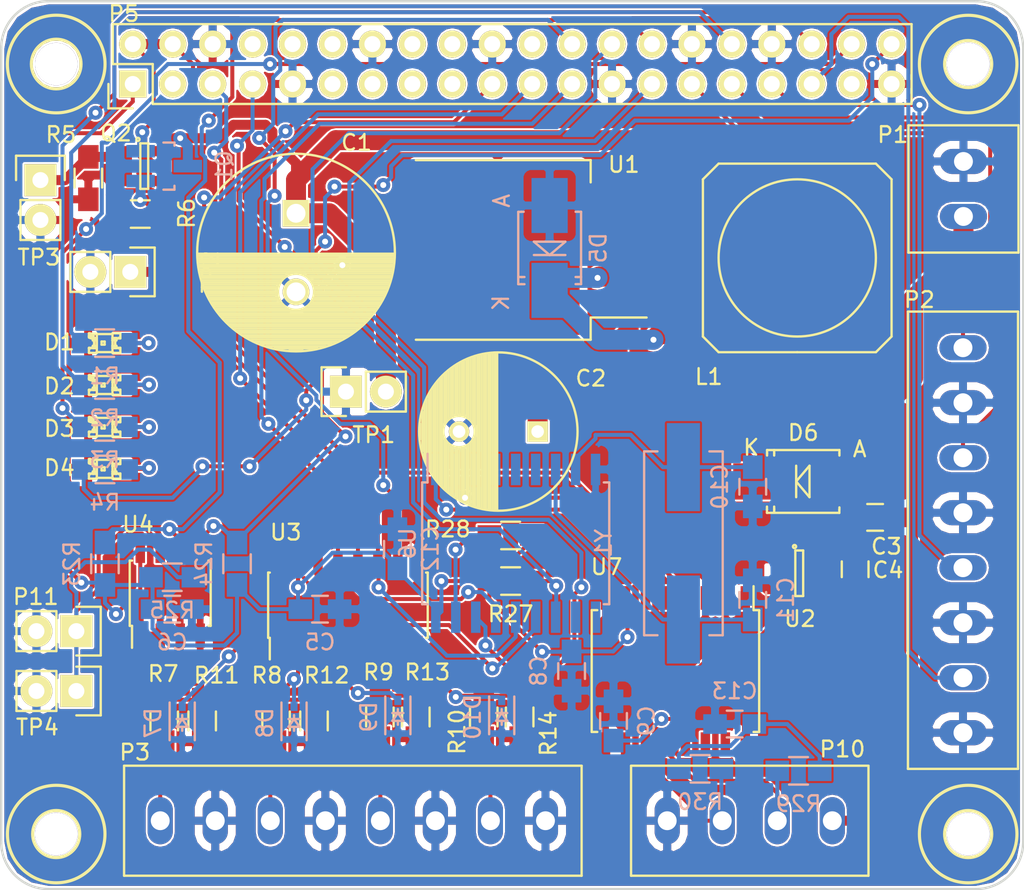
<source format=kicad_pcb>
(kicad_pcb (version 4) (host pcbnew "(2015-06-23 BZR 5813)-product")
  (title_block (title "RaspberryPi Hat Board") (rev 1) (company disk91.com) (comment 1 "(c) Paul Pinault 2015") (comment 2 "(c) Disk91"))
  (layers (0 F.Cu signal) (31 B.Cu signal) (34 B.Paste user) (35 F.Paste user) (36 B.SilkS user) (37 F.SilkS user) (38 B.Mask user) (39 F.Mask user) (44 Edge.Cuts user))
  (net 0 "")
  (net 1 GND)
  (net 2 /Power/V_REG)
  (net 3 +12V)
  (net 4 "Net-(C4-Pad1)")
  (net 5 +3V3)
  (net 6 +5VA)
  (net 7 "Net-(C10-Pad1)")
  (net 8 "Net-(C11-Pad1)")
  (net 9 "Net-(C13-Pad1)")
  (net 10 "Net-(D1-Pad2)")
  (net 11 "Net-(D2-Pad2)")
  (net 12 "Net-(D3-Pad2)")
  (net 13 "Net-(D4-Pad2)")
  (net 14 "Net-(D5-Pad1)")
  (net 15 "/Battery Monitor/ADC_IN0")
  (net 16 "/Battery Monitor/ADC_IN1")
  (net 17 "/Battery Monitor/ADC_IN2")
  (net 18 "/Battery Monitor/ADC_IN3")
  (net 19 /SW_IN3)
  (net 20 /SW_IN2)
  (net 21 /SW_IN1)
  (net 22 /SW_IN0)
  (net 23 "/Battery Monitor/BAT_MEAS2")
  (net 24 "/Battery Monitor/BAT_MEAS3")
  (net 25 "/Battery Monitor/BAT_MEAS1")
  (net 26 "/Battery Monitor/BAT_MEAS0")
  (net 27 +5V)
  (net 28 "/CAN Controller and Transceiver/CAN_VSENSE")
  (net 29 "/CAN Controller and Transceiver/CAN_~INT")
  (net 30 "/Battery Monitor/ADC_DIN")
  (net 31 "/Battery Monitor/ADC_DOUT")
  (net 32 "/Battery Monitor/ADC_CLK")
  (net 33 "/Battery Monitor/ADC_~CS~/SHDN")
  (net 34 "/CAN Controller and Transceiver/CAN_~CS")
  (net 35 "/I2C ID EEPROM/ID_SD")
  (net 36 "/I2C ID EEPROM/ID_SC")
  (net 37 /LED0)
  (net 38 /LED1)
  (net 39 /LED2)
  (net 40 /LED3)
  (net 41 "/CAN Controller and Transceiver/CAN_L")
  (net 42 "/CAN Controller and Transceiver/CAN_H")
  (net 43 /Power/V_GATE)
  (net 44 /Power/V_BASES)
  (net 45 "Net-(R28-Pad1)")
  (net 46 "/CAN Controller and Transceiver/TX_CAN")
  (net 47 "/CAN Controller and Transceiver/RX_CAN")
  (net 48 "Net-(P11-Pad1)")
  (module Resistors_SMD:R_0805_HandSoldering (layer B.Cu) (at 79.709 69.977)
    (fp_text reference R29 (at 0 2.1) (layer B.SilkS) (effects (justify mirror)))
    (fp_text value 60)
    (pad 1 smd rect (at -1.35 0) (size 1.5 1.3) (layers B.Cu B.Paste B.Mask) (net 42 "/CAN Controller and Transceiver/CAN_H"))
    (pad 2 smd rect (at 1.35 0) (size 1.5 1.3) (layers B.Cu B.Paste B.Mask) (net 9 "Net-(C13-Pad1)"))
  )
  (module Resistors_SMD:R_0805_HandSoldering (layer F.Cu) (at 61.4 57.9 180)
    (fp_text reference R27 (at 0 -2.1 180) (layer F.SilkS))
    (fp_text value 4.7K)
    (pad 1 smd rect (at -1.35 0 180) (size 1.5 1.3) (layers F.Cu F.Paste F.Mask) (net 29 "/CAN Controller and Transceiver/CAN_~INT"))
    (pad 2 smd rect (at 1.35 0 180) (size 1.5 1.3) (layers F.Cu F.Paste F.Mask) (net 5 +3V3))
  )
  (module remote-io:SRN1060-XXXM (layer F.Cu) (at 79.629 37.338 90)
    (fp_text reference L1 (at -7.562 -5.629 180) (layer F.SilkS))
    (fp_text value INDUCTOR)
    (fp_text user "" (at 0 0 90) (layer F.SilkS))
    (fp_text user "" (at 0 0 90) (layer F.SilkS))
    (pad 1 smd rect (at -4.85 0 90) (size 3.5 10.2) (layers F.Cu F.Paste F.Mask) (net 14 "Net-(D5-Pad1)"))
    (pad 2 smd rect (at 4.85 0 90) (size 3.5 10.2) (layers F.Cu F.Paste F.Mask) (net 2 /Power/V_REG))
  )
  (module Resistors_SMD:R_0805_HandSoldering (layer B.Cu) (at 73.453 69.85)
    (fp_text reference R30 (at 0 2.1) (layer B.SilkS) (effects (justify mirror)))
    (fp_text value 60)
    (pad 1 smd rect (at -1.35 0) (size 1.5 1.3) (layers B.Cu B.Paste B.Mask) (net 9 "Net-(C13-Pad1)"))
    (pad 2 smd rect (at 1.35 0) (size 1.5 1.3) (layers B.Cu B.Paste B.Mask) (net 41 "/CAN Controller and Transceiver/CAN_L"))
  )
  (module Housings_SOIC:SOIC-18_7.5x11.6mm_Pitch1.27mm (layer B.Cu) (at 61.722 55.499 270)
    (fp_text reference U6 (at 0 6.875 270) (layer B.SilkS) (effects (justify mirror)))
    (fp_text value MCP2515)
    (pad 1 smd rect (at -4.7 5.08 270) (size 2 0.6) (layers B.Cu B.Paste B.Mask) (net 46 "/CAN Controller and Transceiver/TX_CAN"))
    (pad 2 smd rect (at -4.7 3.81 270) (size 2 0.6) (layers B.Cu B.Paste B.Mask) (net 47 "/CAN Controller and Transceiver/RX_CAN"))
    (pad 3 smd rect (at -4.7 2.54 270) (size 2 0.6) (layers B.Cu B.Paste B.Mask))
    (pad 4 smd rect (at -4.7 1.27 270) (size 2 0.6) (layers B.Cu B.Paste B.Mask))
    (pad 5 smd rect (at -4.7 0 270) (size 2 0.6) (layers B.Cu B.Paste B.Mask))
    (pad 6 smd rect (at -4.7 -1.27 270) (size 2 0.6) (layers B.Cu B.Paste B.Mask))
    (pad 7 smd rect (at -4.7 -2.54 270) (size 2 0.6) (layers B.Cu B.Paste B.Mask) (net 8 "Net-(C11-Pad1)"))
    (pad 8 smd rect (at -4.7 -3.81 270) (size 2 0.6) (layers B.Cu B.Paste B.Mask) (net 7 "Net-(C10-Pad1)"))
    (pad 9 smd rect (at -4.7 -5.08 270) (size 2 0.6) (layers B.Cu B.Paste B.Mask) (net 1 GND))
    (pad 10 smd rect (at 4.7 -5.08 270) (size 2 0.6) (layers B.Cu B.Paste B.Mask))
    (pad 11 smd rect (at 4.7 -3.81 270) (size 2 0.6) (layers B.Cu B.Paste B.Mask))
    (pad 12 smd rect (at 4.7 -2.54 270) (size 2 0.6) (layers B.Cu B.Paste B.Mask) (net 29 "/CAN Controller and Transceiver/CAN_~INT"))
    (pad 13 smd rect (at 4.7 -1.27 270) (size 2 0.6) (layers B.Cu B.Paste B.Mask) (net 32 "/Battery Monitor/ADC_CLK"))
    (pad 14 smd rect (at 4.7 0 270) (size 2 0.6) (layers B.Cu B.Paste B.Mask) (net 30 "/Battery Monitor/ADC_DIN"))
    (pad 15 smd rect (at 4.7 1.27 270) (size 2 0.6) (layers B.Cu B.Paste B.Mask) (net 31 "/Battery Monitor/ADC_DOUT"))
    (pad 16 smd rect (at 4.7 2.54 270) (size 2 0.6) (layers B.Cu B.Paste B.Mask) (net 34 "/CAN Controller and Transceiver/CAN_~CS"))
    (pad 17 smd rect (at 4.7 3.81 270) (size 2 0.6) (layers B.Cu B.Paste B.Mask) (net 45 "Net-(R28-Pad1)"))
    (pad 18 smd rect (at 4.7 5.08 270) (size 2 0.6) (layers B.Cu B.Paste B.Mask) (net 5 +3V3))
  )
  (module Capacitors_SMD:C_0805_HandSoldering (layer B.Cu) (at 76.8 51.9 270)
    (fp_text reference C10 (at 0 2.1 270) (layer B.SilkS) (effects (justify mirror)))
    (fp_text value 18pF)
    (pad 1 smd rect (at -1.25 0 270) (size 1.5 1.25) (layers B.Cu B.Paste B.Mask) (net 7 "Net-(C10-Pad1)"))
    (pad 2 smd rect (at 1.25 0 270) (size 1.5 1.25) (layers B.Cu B.Paste B.Mask) (net 1 GND))
  )
  (module Capacitors_ThroughHole:C_Radial_D12.5_L25_P5 (layer F.Cu) (at 47.752 34.497 270)
    (fp_text reference C1 (at -4.497 -3.848 360) (layer F.SilkS))
    (fp_text value 680uF)
    (pad 2 thru_hole circle (at 5 0 270) (size 1.7 1.7) (drill 1.2) (layers *.Cu *.Mask F.SilkS) (net 1 GND))
    (pad 1 thru_hole rect (at 0 0 270) (size 1.7 1.7) (drill 1.2) (layers *.Cu *.Mask F.SilkS) (net 2 /Power/V_REG))
  )
  (module Capacitors_ThroughHole:C_Radial_D10_L25_P5 (layer F.Cu) (at 63.119 48.387 180)
    (fp_text reference C2 (at -3.381 3.387 180) (layer F.SilkS))
    (fp_text value 330uF)
    (pad 1 thru_hole rect (at 0 0 180) (size 1.3 1.3) (drill 0.8) (layers *.Cu *.Mask F.SilkS) (net 3 +12V))
    (pad 2 thru_hole circle (at 5 0 180) (size 1.3 1.3) (drill 0.8) (layers *.Cu *.Mask F.SilkS) (net 1 GND))
  )
  (module Capacitors_SMD:C_0805_HandSoldering (layer F.Cu) (at 84.582 53.848)
    (fp_text reference C3 (at 0.718 1.852) (layer F.SilkS))
    (fp_text value 10uF)
    (pad 1 smd rect (at -1.25 0) (size 1.5 1.25) (layers F.Cu F.Paste F.Mask) (net 6 +5VA))
    (pad 2 smd rect (at 1.25 0) (size 1.5 1.25) (layers F.Cu F.Paste F.Mask) (net 1 GND))
  )
  (module Capacitors_SMD:C_0805_HandSoldering (layer F.Cu) (at 83.312 57.15 90)
    (fp_text reference C4 (at -0.05 2.088 180) (layer F.SilkS))
    (fp_text value 10uF)
    (pad 1 smd rect (at -1.25 0 90) (size 1.5 1.25) (layers F.Cu F.Paste F.Mask) (net 4 "Net-(C4-Pad1)"))
    (pad 2 smd rect (at 1.25 0 90) (size 1.5 1.25) (layers F.Cu F.Paste F.Mask) (net 1 GND))
  )
  (module Capacitors_SMD:C_0805_HandSoldering (layer B.Cu) (at 49.276 59.69)
    (fp_text reference C5 (at 0 2.1) (layer B.SilkS) (effects (justify mirror)))
    (fp_text value 0.1uF)
    (pad 1 smd rect (at -1.25 0) (size 1.5 1.25) (layers B.Cu B.Paste B.Mask) (net 5 +3V3))
    (pad 2 smd rect (at 1.25 0) (size 1.5 1.25) (layers B.Cu B.Paste B.Mask) (net 1 GND))
  )
  (module Capacitors_SMD:C_0805_HandSoldering (layer B.Cu) (at 39.878 59.69)
    (fp_text reference C6 (at 0 2.1) (layer B.SilkS) (effects (justify mirror)))
    (fp_text value 0.1uF)
    (pad 1 smd rect (at -1.25 0) (size 1.5 1.25) (layers B.Cu B.Paste B.Mask) (net 5 +3V3))
    (pad 2 smd rect (at 1.25 0) (size 1.5 1.25) (layers B.Cu B.Paste B.Mask) (net 1 GND))
  )
  (module Capacitors_SMD:C_0805_HandSoldering (layer B.Cu) (at 65.278 63.627 270)
    (fp_text reference C8 (at 0 2.1 270) (layer B.SilkS) (effects (justify mirror)))
    (fp_text value 0.1uF)
    (pad 1 smd rect (at -1.25 0 270) (size 1.5 1.25) (layers B.Cu B.Paste B.Mask) (net 5 +3V3))
    (pad 2 smd rect (at 1.25 0 270) (size 1.5 1.25) (layers B.Cu B.Paste B.Mask) (net 1 GND))
  )
  (module Capacitors_SMD:C_0805_HandSoldering (layer B.Cu) (at 67.945 66.802 90)
    (fp_text reference C9 (at 0 2.1 90) (layer B.SilkS) (effects (justify mirror)))
    (fp_text value 0.1uF)
    (pad 1 smd rect (at -1.25 0 90) (size 1.5 1.25) (layers B.Cu B.Paste B.Mask) (net 6 +5VA))
    (pad 2 smd rect (at 1.25 0 90) (size 1.5 1.25) (layers B.Cu B.Paste B.Mask) (net 1 GND))
  )
  (module Capacitors_SMD:C_0805_HandSoldering (layer B.Cu) (at 76.8 59.1 90)
    (fp_text reference C11 (at 0 2.1 90) (layer B.SilkS) (effects (justify mirror)))
    (fp_text value 18pF)
    (pad 1 smd rect (at -1.25 0 90) (size 1.5 1.25) (layers B.Cu B.Paste B.Mask) (net 8 "Net-(C11-Pad1)"))
    (pad 2 smd rect (at 1.25 0 90) (size 1.5 1.25) (layers B.Cu B.Paste B.Mask) (net 1 GND))
  )
  (module Capacitors_SMD:C_0805_HandSoldering (layer B.Cu) (at 54.2 55.85 90)
    (fp_text reference C12 (at 0 2.1 90) (layer B.SilkS) (effects (justify mirror)))
    (fp_text value 0.1uF)
    (pad 1 smd rect (at -1.25 0 90) (size 1.5 1.25) (layers B.Cu B.Paste B.Mask) (net 5 +3V3))
    (pad 2 smd rect (at 1.25 0 90) (size 1.5 1.25) (layers B.Cu B.Paste B.Mask) (net 1 GND))
  )
  (module Capacitors_SMD:C_0805_HandSoldering (layer B.Cu) (at 75.65 67 180)
    (fp_text reference C13 (at 0 2.1 180) (layer B.SilkS) (effects (justify mirror)))
    (fp_text value 0.1uF)
    (pad 1 smd rect (at -1.25 0 180) (size 1.5 1.25) (layers B.Cu B.Paste B.Mask) (net 9 "Net-(C13-Pad1)"))
    (pad 2 smd rect (at 1.25 0 180) (size 1.5 1.25) (layers B.Cu B.Paste B.Mask) (net 1 GND))
  )
  (module LEDs:LED-0805 (layer F.Cu) (at 35.581 42.758)
    (fp_text reference D1 (at -2.881 -0.058) (layer F.SilkS))
    (fp_text value LED3)
    (pad 2 smd rect (at 1.04902 0 180) (size 1.19888 1.19888) (layers F.Cu F.Paste F.Mask) (net 10 "Net-(D1-Pad2)"))
    (pad 1 smd rect (at -1.04902 0 180) (size 1.19888 1.19888) (layers F.Cu F.Paste F.Mask) (net 1 GND))
  )
  (module LEDs:LED-0805 (layer F.Cu) (at 35.581 45.425)
    (fp_text reference D2 (at -2.881 0.075) (layer F.SilkS))
    (fp_text value LED2)
    (pad 2 smd rect (at 1.04902 0 180) (size 1.19888 1.19888) (layers F.Cu F.Paste F.Mask) (net 11 "Net-(D2-Pad2)"))
    (pad 1 smd rect (at -1.04902 0 180) (size 1.19888 1.19888) (layers F.Cu F.Paste F.Mask) (net 1 GND))
  )
  (module LEDs:LED-0805 (layer F.Cu) (at 35.581 48.092)
    (fp_text reference D3 (at -2.881 0.108) (layer F.SilkS))
    (fp_text value LED1)
    (pad 2 smd rect (at 1.04902 0 180) (size 1.19888 1.19888) (layers F.Cu F.Paste F.Mask) (net 12 "Net-(D3-Pad2)"))
    (pad 1 smd rect (at -1.04902 0 180) (size 1.19888 1.19888) (layers F.Cu F.Paste F.Mask) (net 1 GND))
  )
  (module LEDs:LED-0805 (layer F.Cu) (at 35.581 50.759)
    (fp_text reference D4 (at -2.881 -0.059) (layer F.SilkS))
    (fp_text value LED0)
    (pad 2 smd rect (at 1.04902 0 180) (size 1.19888 1.19888) (layers F.Cu F.Paste F.Mask) (net 13 "Net-(D4-Pad2)"))
    (pad 1 smd rect (at -1.04902 0 180) (size 1.19888 1.19888) (layers F.Cu F.Paste F.Mask) (net 1 GND))
  )
  (module Diodes_SMD:Diode-SMB_Handsoldering (layer B.Cu) (at 63.881 36.703 90)
    (fp_text reference D5 (at 0 3.1 90) (layer B.SilkS) (effects (justify mirror)))
    (fp_text value D_Schottky)
    (fp_text user K (at -3.5 -3.1 90) (layer B.SilkS) (effects (justify mirror)))
    (fp_text user A (at 3 -3.05 90) (layer B.SilkS) (effects (justify mirror)))
    (pad 1 smd rect (at -2.70002 0 90) (size 3.50012 2.30124) (layers B.Cu B.Paste B.Mask) (net 14 "Net-(D5-Pad1)"))
    (pad 2 smd rect (at 2.70002 0 90) (size 3.50012 2.30124) (layers B.Cu B.Paste B.Mask) (net 1 GND))
  )
  (module Diodes_SMD:Diode-SMB_Handsoldering (layer F.Cu) (at 80.01 51.562)
    (fp_text reference D6 (at 0 -3.1) (layer F.SilkS))
    (fp_text value D_Schottky)
    (fp_text user K (at -3.31 -2.162) (layer F.SilkS))
    (fp_text user A (at 3.59 -2.062) (layer F.SilkS))
    (pad 1 smd rect (at -2.70002 0) (size 3.50012 2.30124) (layers F.Cu F.Paste F.Mask) (net 3 +12V))
    (pad 2 smd rect (at 2.70002 0) (size 3.50012 2.30124) (layers F.Cu F.Paste F.Mask) (net 6 +5VA))
  )
  (module Diodes_SMD:SOD-323 (layer B.Cu) (at 40.513 66.929 270)
    (fp_text reference D7 (at 0 1.85 270) (layer B.SilkS) (effects (justify mirror)))
    (fp_text value 3.9V)
    (pad 1 smd rect (at -1.055 0 270) (size 0.59 0.45) (layers B.Cu B.Paste B.Mask) (net 15 "/Battery Monitor/ADC_IN0"))
    (pad 2 smd rect (at 1.055 0 270) (size 0.59 0.45) (layers B.Cu B.Paste B.Mask) (net 1 GND))
  )
  (module Diodes_SMD:SOD-323 (layer B.Cu) (at 47.625 66.929 270)
    (fp_text reference D8 (at 0 1.85 270) (layer B.SilkS) (effects (justify mirror)))
    (fp_text value 3.9V)
    (pad 1 smd rect (at -1.055 0 270) (size 0.59 0.45) (layers B.Cu B.Paste B.Mask) (net 16 "/Battery Monitor/ADC_IN1"))
    (pad 2 smd rect (at 1.055 0 270) (size 0.59 0.45) (layers B.Cu B.Paste B.Mask) (net 1 GND))
  )
  (module Diodes_SMD:SOD-323 (layer B.Cu) (at 54.229 66.548 270)
    (fp_text reference D9 (at 0 1.85 270) (layer B.SilkS) (effects (justify mirror)))
    (fp_text value 3.9V)
    (pad 1 smd rect (at -1.055 0 270) (size 0.59 0.45) (layers B.Cu B.Paste B.Mask) (net 17 "/Battery Monitor/ADC_IN2"))
    (pad 2 smd rect (at 1.055 0 270) (size 0.59 0.45) (layers B.Cu B.Paste B.Mask) (net 1 GND))
  )
  (module Diodes_SMD:SOD-323 (layer B.Cu) (at 60.833 66.548 270)
    (fp_text reference D10 (at 0 1.85 270) (layer B.SilkS) (effects (justify mirror)))
    (fp_text value 3.9V)
    (pad 1 smd rect (at -1.055 0 270) (size 0.59 0.45) (layers B.Cu B.Paste B.Mask) (net 18 "/Battery Monitor/ADC_IN3"))
    (pad 2 smd rect (at 1.055 0 270) (size 0.59 0.45) (layers B.Cu B.Paste B.Mask) (net 1 GND))
  )
  (module remote-io:OSTTE020104 (layer F.Cu) (at 90.2 34.7 90)
    (fp_text reference P1 (at 5.2 -4.5 180) (layer F.SilkS))
    (fp_text value CONN_01X02)
    (pad 2 thru_hole oval (at 3.5 0 90) (size 1.6 3) (drill 1.2) (layers *.Cu *.Mask) (net 1 GND))
    (pad 1 thru_hole oval (at 0 0 90) (size 1.6 3) (drill 1.2) (layers *.Cu *.Mask) (net 3 +12V))
  )
  (module Pin_Headers:Pin_Header_Straight_2x20 (layer F.Cu) (at 37.37 26.27 90)
    (fp_text reference P5 (at 4.47 -0.57 180) (layer F.SilkS))
    (fp_text value CONN_02X20)
    (pad 1 thru_hole rect (at 0 0 90) (size 1.7272 1.7272) (drill 1.016) (layers *.Cu *.Mask F.SilkS) (net 5 +3V3))
    (pad 2 thru_hole oval (at 2.54 0 90) (size 1.7272 1.7272) (drill 1.016) (layers *.Cu *.Mask F.SilkS) (net 27 +5V))
    (pad 3 thru_hole oval (at 0 2.54 90) (size 1.7272 1.7272) (drill 1.016) (layers *.Cu *.Mask F.SilkS))
    (pad 4 thru_hole oval (at 2.54 2.54 90) (size 1.7272 1.7272) (drill 1.016) (layers *.Cu *.Mask F.SilkS) (net 27 +5V))
    (pad 5 thru_hole oval (at 0 5.08 90) (size 1.7272 1.7272) (drill 1.016) (layers *.Cu *.Mask F.SilkS) (net 28 "/CAN Controller and Transceiver/CAN_VSENSE"))
    (pad 6 thru_hole oval (at 2.54 5.08 90) (size 1.7272 1.7272) (drill 1.016) (layers *.Cu *.Mask F.SilkS) (net 1 GND))
    (pad 7 thru_hole oval (at 0 7.62 90) (size 1.7272 1.7272) (drill 1.016) (layers *.Cu *.Mask F.SilkS) (net 29 "/CAN Controller and Transceiver/CAN_~INT"))
    (pad 8 thru_hole oval (at 2.54 7.62 90) (size 1.7272 1.7272) (drill 1.016) (layers *.Cu *.Mask F.SilkS))
    (pad 9 thru_hole oval (at 0 10.16 90) (size 1.7272 1.7272) (drill 1.016) (layers *.Cu *.Mask F.SilkS) (net 1 GND))
    (pad 10 thru_hole oval (at 2.54 10.16 90) (size 1.7272 1.7272) (drill 1.016) (layers *.Cu *.Mask F.SilkS))
    (pad 11 thru_hole oval (at 0 12.7 90) (size 1.7272 1.7272) (drill 1.016) (layers *.Cu *.Mask F.SilkS))
    (pad 12 thru_hole oval (at 2.54 12.7 90) (size 1.7272 1.7272) (drill 1.016) (layers *.Cu *.Mask F.SilkS))
    (pad 13 thru_hole oval (at 0 15.24 90) (size 1.7272 1.7272) (drill 1.016) (layers *.Cu *.Mask F.SilkS))
    (pad 14 thru_hole oval (at 2.54 15.24 90) (size 1.7272 1.7272) (drill 1.016) (layers *.Cu *.Mask F.SilkS) (net 1 GND))
    (pad 15 thru_hole oval (at 0 17.78 90) (size 1.7272 1.7272) (drill 1.016) (layers *.Cu *.Mask F.SilkS))
    (pad 16 thru_hole oval (at 2.54 17.78 90) (size 1.7272 1.7272) (drill 1.016) (layers *.Cu *.Mask F.SilkS))
    (pad 17 thru_hole oval (at 0 20.32 90) (size 1.7272 1.7272) (drill 1.016) (layers *.Cu *.Mask F.SilkS) (net 5 +3V3))
    (pad 18 thru_hole oval (at 2.54 20.32 90) (size 1.7272 1.7272) (drill 1.016) (layers *.Cu *.Mask F.SilkS))
    (pad 19 thru_hole oval (at 0 22.86 90) (size 1.7272 1.7272) (drill 1.016) (layers *.Cu *.Mask F.SilkS) (net 30 "/Battery Monitor/ADC_DIN"))
    (pad 20 thru_hole oval (at 2.54 22.86 90) (size 1.7272 1.7272) (drill 1.016) (layers *.Cu *.Mask F.SilkS) (net 1 GND))
    (pad 21 thru_hole oval (at 0 25.4 90) (size 1.7272 1.7272) (drill 1.016) (layers *.Cu *.Mask F.SilkS) (net 31 "/Battery Monitor/ADC_DOUT"))
    (pad 22 thru_hole oval (at 2.54 25.4 90) (size 1.7272 1.7272) (drill 1.016) (layers *.Cu *.Mask F.SilkS))
    (pad 23 thru_hole oval (at 0 27.94 90) (size 1.7272 1.7272) (drill 1.016) (layers *.Cu *.Mask F.SilkS) (net 32 "/Battery Monitor/ADC_CLK"))
    (pad 24 thru_hole oval (at 2.54 27.94 90) (size 1.7272 1.7272) (drill 1.016) (layers *.Cu *.Mask F.SilkS) (net 33 "/Battery Monitor/ADC_~CS~/SHDN"))
    (pad 25 thru_hole oval (at 0 30.48 90) (size 1.7272 1.7272) (drill 1.016) (layers *.Cu *.Mask F.SilkS) (net 1 GND))
    (pad 26 thru_hole oval (at 2.54 30.48 90) (size 1.7272 1.7272) (drill 1.016) (layers *.Cu *.Mask F.SilkS) (net 34 "/CAN Controller and Transceiver/CAN_~CS"))
    (pad 27 thru_hole oval (at 0 33.02 90) (size 1.7272 1.7272) (drill 1.016) (layers *.Cu *.Mask F.SilkS) (net 35 "/I2C ID EEPROM/ID_SD"))
    (pad 28 thru_hole oval (at 2.54 33.02 90) (size 1.7272 1.7272) (drill 1.016) (layers *.Cu *.Mask F.SilkS) (net 36 "/I2C ID EEPROM/ID_SC"))
    (pad 29 thru_hole oval (at 0 35.56 90) (size 1.7272 1.7272) (drill 1.016) (layers *.Cu *.Mask F.SilkS) (net 22 /SW_IN0))
    (pad 30 thru_hole oval (at 2.54 35.56 90) (size 1.7272 1.7272) (drill 1.016) (layers *.Cu *.Mask F.SilkS) (net 1 GND))
    (pad 31 thru_hole oval (at 0 38.1 90) (size 1.7272 1.7272) (drill 1.016) (layers *.Cu *.Mask F.SilkS) (net 21 /SW_IN1))
    (pad 32 thru_hole oval (at 2.54 38.1 90) (size 1.7272 1.7272) (drill 1.016) (layers *.Cu *.Mask F.SilkS) (net 37 /LED0))
    (pad 33 thru_hole oval (at 0 40.64 90) (size 1.7272 1.7272) (drill 1.016) (layers *.Cu *.Mask F.SilkS) (net 20 /SW_IN2))
    (pad 34 thru_hole oval (at 2.54 40.64 90) (size 1.7272 1.7272) (drill 1.016) (layers *.Cu *.Mask F.SilkS) (net 1 GND))
    (pad 35 thru_hole oval (at 0 43.18 90) (size 1.7272 1.7272) (drill 1.016) (layers *.Cu *.Mask F.SilkS) (net 19 /SW_IN3))
    (pad 36 thru_hole oval (at 2.54 43.18 90) (size 1.7272 1.7272) (drill 1.016) (layers *.Cu *.Mask F.SilkS) (net 38 /LED1))
    (pad 37 thru_hole oval (at 0 45.72 90) (size 1.7272 1.7272) (drill 1.016) (layers *.Cu *.Mask F.SilkS))
    (pad 38 thru_hole oval (at 2.54 45.72 90) (size 1.7272 1.7272) (drill 1.016) (layers *.Cu *.Mask F.SilkS) (net 39 /LED2))
    (pad 39 thru_hole oval (at 0 48.26 90) (size 1.7272 1.7272) (drill 1.016) (layers *.Cu *.Mask F.SilkS) (net 1 GND))
    (pad 40 thru_hole oval (at 2.54 48.26 90) (size 1.7272 1.7272) (drill 1.016) (layers *.Cu *.Mask F.SilkS) (net 40 /LED3))
  )
  (module Pin_Headers:Pin_Header_Straight_1x02 (layer F.Cu) (at 33.782 61.087 270)
    (fp_text reference P11 (at -2.187 2.582 360) (layer F.SilkS))
    (fp_text value CONN_01X02)
    (pad 1 thru_hole rect (at 0 0 270) (size 2.032 2.032) (drill 1.016) (layers *.Cu *.Mask F.SilkS) (net 48 "Net-(P11-Pad1)"))
    (pad 2 thru_hole oval (at 0 2.54 270) (size 2.032 2.032) (drill 1.016) (layers *.Cu *.Mask F.SilkS) (net 1 GND))
  )
  (module Housings_SOT-23_SOT-143_TSOT-6:SOT-23_Handsoldering (layer B.Cu) (at 39.37 31.496 90)
    (fp_text reference Q1 (at 0 3.81 90) (layer B.SilkS) (effects (justify mirror)))
    (fp_text value DMG2305UX)
    (pad 1 smd rect (at -0.95 -1.50114 90) (size 0.8001 1.80086) (layers B.Cu B.Paste B.Mask) (net 43 /Power/V_GATE))
    (pad 2 smd rect (at 0.95 -1.50114 90) (size 0.8001 1.80086) (layers B.Cu B.Paste B.Mask) (net 27 +5V))
    (pad 3 smd rect (at 0 1.50114 90) (size 0.8001 1.80086) (layers B.Cu B.Paste B.Mask) (net 2 /Power/V_REG))
  )
  (module Housings_SOT-23_SOT-143_TSOT-6:SOT-23-6 (layer F.Cu) (at 38.1 31.496)
    (fp_text reference Q2 (at -1.8 -2.096) (layer F.SilkS))
    (fp_text value DMMT5401)
    (pad 1 smd rect (at -1.1 -0.95) (size 1.06 0.65) (layers F.Cu F.Paste F.Mask) (net 44 /Power/V_BASES))
    (pad 2 smd rect (at -1.1 0) (size 1.06 0.65) (layers F.Cu F.Paste F.Mask) (net 44 /Power/V_BASES))
    (pad 3 smd rect (at -1.1 0.95) (size 1.06 0.65) (layers F.Cu F.Paste F.Mask) (net 44 /Power/V_BASES))
    (pad 4 smd rect (at 1.1 0.95) (size 1.06 0.65) (layers F.Cu F.Paste F.Mask) (net 43 /Power/V_GATE))
    (pad 6 smd rect (at 1.1 -0.95) (size 1.06 0.65) (layers F.Cu F.Paste F.Mask) (net 2 /Power/V_REG))
    (pad 5 smd rect (at 1.1 0) (size 1.06 0.65) (layers F.Cu F.Paste F.Mask) (net 27 +5V))
  )
  (module Resistors_SMD:R_0805_HandSoldering (layer B.Cu) (at 35.581 42.758)
    (fp_text reference R1 (at 0 2.1) (layer B.SilkS) (effects (justify mirror)))
    (fp_text value 65)
    (pad 1 smd rect (at -1.35 0) (size 1.5 1.3) (layers B.Cu B.Paste B.Mask) (net 37 /LED0))
    (pad 2 smd rect (at 1.35 0) (size 1.5 1.3) (layers B.Cu B.Paste B.Mask) (net 10 "Net-(D1-Pad2)"))
  )
  (module Resistors_SMD:R_0805_HandSoldering (layer B.Cu) (at 35.581 45.425)
    (fp_text reference R2 (at 0 2.1) (layer B.SilkS) (effects (justify mirror)))
    (fp_text value 65)
    (pad 1 smd rect (at -1.35 0) (size 1.5 1.3) (layers B.Cu B.Paste B.Mask) (net 38 /LED1))
    (pad 2 smd rect (at 1.35 0) (size 1.5 1.3) (layers B.Cu B.Paste B.Mask) (net 11 "Net-(D2-Pad2)"))
  )
  (module Resistors_SMD:R_0805_HandSoldering (layer B.Cu) (at 35.581 48.092)
    (fp_text reference R3 (at 0 2.1) (layer B.SilkS) (effects (justify mirror)))
    (fp_text value 65)
    (pad 1 smd rect (at -1.35 0) (size 1.5 1.3) (layers B.Cu B.Paste B.Mask) (net 39 /LED2))
    (pad 2 smd rect (at 1.35 0) (size 1.5 1.3) (layers B.Cu B.Paste B.Mask) (net 12 "Net-(D3-Pad2)"))
  )
  (module Resistors_SMD:R_0805_HandSoldering (layer B.Cu) (at 35.6 50.8)
    (fp_text reference R4 (at 0 2.1) (layer B.SilkS) (effects (justify mirror)))
    (fp_text value 65)
    (pad 1 smd rect (at -1.35 0) (size 1.5 1.3) (layers B.Cu B.Paste B.Mask) (net 40 /LED3))
    (pad 2 smd rect (at 1.35 0) (size 1.5 1.3) (layers B.Cu B.Paste B.Mask) (net 13 "Net-(D4-Pad2)"))
  )
  (module Resistors_SMD:R_0805_HandSoldering (layer F.Cu) (at 34.544 32.258 270)
    (fp_text reference R5 (at -2.758 1.744 360) (layer F.SilkS))
    (fp_text value 10k)
    (pad 1 smd rect (at -1.35 0 270) (size 1.5 1.3) (layers F.Cu F.Paste F.Mask) (net 44 /Power/V_BASES))
    (pad 2 smd rect (at 1.35 0 270) (size 1.5 1.3) (layers F.Cu F.Paste F.Mask) (net 1 GND))
  )
  (module Resistors_SMD:R_0805_HandSoldering (layer F.Cu) (at 37.846 34.544 180)
    (fp_text reference R6 (at -2.954 0.044 270) (layer F.SilkS))
    (fp_text value 47k)
    (pad 1 smd rect (at -1.35 0 180) (size 1.5 1.3) (layers F.Cu F.Paste F.Mask) (net 43 /Power/V_GATE))
    (pad 2 smd rect (at 1.35 0 180) (size 1.5 1.3) (layers F.Cu F.Paste F.Mask) (net 1 GND))
  )
  (module Resistors_SMD:R_0805_HandSoldering (layer F.Cu) (at 39.37 66.802 90)
    (fp_text reference R7 (at 3.002 -0.07 180) (layer F.SilkS))
    (fp_text value 78.7k)
    (pad 1 smd rect (at -1.35 0 90) (size 1.5 1.3) (layers F.Cu F.Paste F.Mask) (net 26 "/Battery Monitor/BAT_MEAS0"))
    (pad 2 smd rect (at 1.35 0 90) (size 1.5 1.3) (layers F.Cu F.Paste F.Mask) (net 15 "/Battery Monitor/ADC_IN0"))
  )
  (module Resistors_SMD:R_0805_HandSoldering (layer F.Cu) (at 46.482 66.802 90)
    (fp_text reference R8 (at 2.902 -0.582 180) (layer F.SilkS))
    (fp_text value 78.7k)
    (pad 1 smd rect (at -1.35 0 90) (size 1.5 1.3) (layers F.Cu F.Paste F.Mask) (net 25 "/Battery Monitor/BAT_MEAS1"))
    (pad 2 smd rect (at 1.35 0 90) (size 1.5 1.3) (layers F.Cu F.Paste F.Mask) (net 16 "/Battery Monitor/ADC_IN1"))
  )
  (module Resistors_SMD:R_0805_HandSoldering (layer F.Cu) (at 53.086 66.548 90)
    (fp_text reference R9 (at 2.848 -0.086 180) (layer F.SilkS))
    (fp_text value 78.7k)
    (pad 1 smd rect (at -1.35 0 90) (size 1.5 1.3) (layers F.Cu F.Paste F.Mask) (net 23 "/Battery Monitor/BAT_MEAS2"))
    (pad 2 smd rect (at 1.35 0 90) (size 1.5 1.3) (layers F.Cu F.Paste F.Mask) (net 17 "/Battery Monitor/ADC_IN2"))
  )
  (module Resistors_SMD:R_0805_HandSoldering (layer F.Cu) (at 59.69 66.548 90)
    (fp_text reference R10 (at -0.952 -1.69 270) (layer F.SilkS))
    (fp_text value 78.7k)
    (pad 1 smd rect (at -1.35 0 90) (size 1.5 1.3) (layers F.Cu F.Paste F.Mask) (net 24 "/Battery Monitor/BAT_MEAS3"))
    (pad 2 smd rect (at 1.35 0 90) (size 1.5 1.3) (layers F.Cu F.Paste F.Mask) (net 18 "/Battery Monitor/ADC_IN3"))
  )
  (module Resistors_SMD:R_0805_HandSoldering (layer F.Cu) (at 41.783 66.802 270)
    (fp_text reference R11 (at -2.902 -0.917 360) (layer F.SilkS))
    (fp_text value 11.3k)
    (pad 1 smd rect (at -1.35 0 270) (size 1.5 1.3) (layers F.Cu F.Paste F.Mask) (net 15 "/Battery Monitor/ADC_IN0"))
    (pad 2 smd rect (at 1.35 0 270) (size 1.5 1.3) (layers F.Cu F.Paste F.Mask) (net 1 GND))
  )
  (module Resistors_SMD:R_0805_HandSoldering (layer F.Cu) (at 48.895 66.802 270)
    (fp_text reference R12 (at -2.902 -0.805 360) (layer F.SilkS))
    (fp_text value 11.3k)
    (pad 1 smd rect (at -1.35 0 270) (size 1.5 1.3) (layers F.Cu F.Paste F.Mask) (net 16 "/Battery Monitor/ADC_IN1"))
    (pad 2 smd rect (at 1.35 0 270) (size 1.5 1.3) (layers F.Cu F.Paste F.Mask) (net 1 GND))
  )
  (module Resistors_SMD:R_0805_HandSoldering (layer F.Cu) (at 55.372 66.548 270)
    (fp_text reference R13 (at -2.848 -0.728 360) (layer F.SilkS))
    (fp_text value 11.3k)
    (pad 1 smd rect (at -1.35 0 270) (size 1.5 1.3) (layers F.Cu F.Paste F.Mask) (net 17 "/Battery Monitor/ADC_IN2"))
    (pad 2 smd rect (at 1.35 0 270) (size 1.5 1.3) (layers F.Cu F.Paste F.Mask) (net 1 GND))
  )
  (module Resistors_SMD:R_0805_HandSoldering (layer F.Cu) (at 61.976 66.548 270)
    (fp_text reference R14 (at 1.052 -1.824 270) (layer F.SilkS))
    (fp_text value 11.3k)
    (pad 1 smd rect (at -1.35 0 270) (size 1.5 1.3) (layers F.Cu F.Paste F.Mask) (net 18 "/Battery Monitor/ADC_IN3"))
    (pad 2 smd rect (at 1.35 0 270) (size 1.5 1.3) (layers F.Cu F.Paste F.Mask) (net 1 GND))
  )
  (module Resistors_SMD:R_0805_HandSoldering (layer B.Cu) (at 35.6 56.8 270)
    (fp_text reference R23 (at 0 2.1 270) (layer B.SilkS) (effects (justify mirror)))
    (fp_text value 3.9k)
    (pad 1 smd rect (at -1.35 0 270) (size 1.5 1.3) (layers B.Cu B.Paste B.Mask) (net 36 "/I2C ID EEPROM/ID_SC"))
    (pad 2 smd rect (at 1.35 0 270) (size 1.5 1.3) (layers B.Cu B.Paste B.Mask) (net 5 +3V3))
  )
  (module Resistors_SMD:R_0805_HandSoldering (layer B.Cu) (at 44 56.8 270)
    (fp_text reference R24 (at 0 2.1 270) (layer B.SilkS) (effects (justify mirror)))
    (fp_text value 3.9k)
    (pad 1 smd rect (at -1.35 0 270) (size 1.5 1.3) (layers B.Cu B.Paste B.Mask) (net 35 "/I2C ID EEPROM/ID_SD"))
    (pad 2 smd rect (at 1.35 0 270) (size 1.5 1.3) (layers B.Cu B.Paste B.Mask) (net 5 +3V3))
  )
  (module Resistors_SMD:R_0805_HandSoldering (layer B.Cu) (at 39.878 57.658)
    (fp_text reference R25 (at 0 2.1) (layer B.SilkS) (effects (justify mirror)))
    (fp_text value 1k)
    (pad 1 smd rect (at -1.35 0) (size 1.5 1.3) (layers B.Cu B.Paste B.Mask) (net 5 +3V3))
    (pad 2 smd rect (at 1.35 0) (size 1.5 1.3) (layers B.Cu B.Paste B.Mask) (net 48 "Net-(P11-Pad1)"))
  )
  (module Resistors_SMD:R_0805_HandSoldering (layer F.Cu) (at 61.4 55)
    (fp_text reference R28 (at -4 -0.4) (layer F.SilkS))
    (fp_text value 4.7K)
    (pad 1 smd rect (at -1.35 0) (size 1.5 1.3) (layers F.Cu F.Paste F.Mask) (net 45 "Net-(R28-Pad1)"))
    (pad 2 smd rect (at 1.35 0) (size 1.5 1.3) (layers F.Cu F.Paste F.Mask) (net 5 +3V3))
  )
  (module Pin_Headers:Pin_Header_Straight_1x02 (layer F.Cu) (at 50.927 45.847 90)
    (fp_text reference TP1 (at -2.753 1.773 180) (layer F.SilkS))
    (fp_text value TEST)
    (pad 1 thru_hole rect (at 0 0 90) (size 2.032 2.032) (drill 1.016) (layers *.Cu *.Mask F.SilkS) (net 1 GND))
    (pad 2 thru_hole oval (at 0 2.54 90) (size 2.032 2.032) (drill 1.016) (layers *.Cu *.Mask F.SilkS) (net 2 /Power/V_REG))
  )
  (module Pin_Headers:Pin_Header_Straight_1x02 (layer F.Cu) (at 37.211 38.227 270)
    (fp_text reference TP2 (at 0 -5.1 270) (layer F.SilkS))
    (fp_text value TEST)
    (pad 1 thru_hole rect (at 0 0 270) (size 2.032 2.032) (drill 1.016) (layers *.Cu *.Mask F.SilkS) (net 43 /Power/V_GATE))
    (pad 2 thru_hole oval (at 0 2.54 270) (size 2.032 2.032) (drill 1.016) (layers *.Cu *.Mask F.SilkS) (net 1 GND))
  )
  (module Pin_Headers:Pin_Header_Straight_1x02 (layer F.Cu) (at 31.496 32.385)
    (fp_text reference TP3 (at -0.096 4.915 180) (layer F.SilkS))
    (fp_text value TEST)
    (pad 1 thru_hole rect (at 0 0) (size 2.032 2.032) (drill 1.016) (layers *.Cu *.Mask F.SilkS) (net 44 /Power/V_BASES))
    (pad 2 thru_hole oval (at 0 2.54) (size 2.032 2.032) (drill 1.016) (layers *.Cu *.Mask F.SilkS) (net 1 GND))
  )
  (module Pin_Headers:Pin_Header_Straight_1x02 (layer F.Cu) (at 33.782 64.897 270)
    (fp_text reference TP4 (at 2.303 2.482 360) (layer F.SilkS))
    (fp_text value TEST)
    (pad 1 thru_hole rect (at 0 0 270) (size 2.032 2.032) (drill 1.016) (layers *.Cu *.Mask F.SilkS) (net 48 "Net-(P11-Pad1)"))
    (pad 2 thru_hole oval (at 0 2.54 270) (size 2.032 2.032) (drill 1.016) (layers *.Cu *.Mask F.SilkS) (net 1 GND))
  )
  (module SMD_Packages:TO-263-5_HandSoldering (layer F.Cu) (at 68.904 36.83 90)
    (fp_text reference U1 (at 5.43 -0.304 180) (layer F.SilkS))
    (fp_text value AP1506)
    (pad 2 smd rect (at -1.69926 0 90) (size 1.143 2.286) (layers F.Cu F.Paste F.Mask) (net 14 "Net-(D5-Pad1)"))
    (pad 3 smd rect (at 0 -8.325 90) (size 10.8 10.41) (layers F.Cu F.Paste F.Mask) (net 1 GND))
    (pad 4 smd rect (at 1.69926 0 90) (size 1.143 2.286) (layers F.Cu F.Paste F.Mask) (net 2 /Power/V_REG))
    (pad 3 smd rect (at 0 0 90) (size 1.143 2.286) (layers F.Cu F.Paste F.Mask) (net 1 GND))
    (pad 1 smd rect (at -3.40106 0 90) (size 1.143 2.286) (layers F.Cu F.Paste F.Mask) (net 3 +12V))
    (pad 5 smd rect (at 3.40106 0 90) (size 1.143 2.286) (layers F.Cu F.Paste F.Mask) (net 1 GND))
  )
  (module Housings_SOT-23_SOT-143_TSOT-6:SOT-23-5 (layer F.Cu) (at 79.756 57.404)
    (fp_text reference U2 (at 0.044 2.896) (layer F.SilkS))
    (fp_text value LP2992)
    (pad 1 smd rect (at -1.1 -0.95) (size 1.06 0.65) (layers F.Cu F.Paste F.Mask) (net 3 +12V))
    (pad 2 smd rect (at -1.1 0) (size 1.06 0.65) (layers F.Cu F.Paste F.Mask) (net 1 GND))
    (pad 3 smd rect (at -1.1 0.95) (size 1.06 0.65) (layers F.Cu F.Paste F.Mask) (net 3 +12V))
    (pad 4 smd rect (at 1.1 0.95) (size 1.06 0.65) (layers F.Cu F.Paste F.Mask) (net 4 "Net-(C4-Pad1)"))
    (pad 5 smd rect (at 1.1 -0.95) (size 1.06 0.65) (layers F.Cu F.Paste F.Mask) (net 6 +5VA))
  )
  (module Housings_SOIC:SOIC-16_3.9x9.9mm_Pitch1.27mm (layer F.Cu) (at 51.054 59.436 90)
    (fp_text reference U3 (at 4.636 -3.954 360) (layer F.SilkS))
    (fp_text value MCP3008)
    (pad 1 smd rect (at -2.7 -4.445 90) (size 1.5 0.6) (layers F.Cu F.Paste F.Mask) (net 15 "/Battery Monitor/ADC_IN0"))
    (pad 2 smd rect (at -2.7 -3.175 90) (size 1.5 0.6) (layers F.Cu F.Paste F.Mask) (net 16 "/Battery Monitor/ADC_IN1"))
    (pad 3 smd rect (at -2.7 -1.905 90) (size 1.5 0.6) (layers F.Cu F.Paste F.Mask) (net 17 "/Battery Monitor/ADC_IN2"))
    (pad 4 smd rect (at -2.7 -0.635 90) (size 1.5 0.6) (layers F.Cu F.Paste F.Mask) (net 18 "/Battery Monitor/ADC_IN3"))
    (pad 5 smd rect (at -2.7 0.635 90) (size 1.5 0.6) (layers F.Cu F.Paste F.Mask) (net 1 GND))
    (pad 6 smd rect (at -2.7 1.905 90) (size 1.5 0.6) (layers F.Cu F.Paste F.Mask) (net 1 GND))
    (pad 7 smd rect (at -2.7 3.175 90) (size 1.5 0.6) (layers F.Cu F.Paste F.Mask) (net 1 GND))
    (pad 8 smd rect (at -2.7 4.445 90) (size 1.5 0.6) (layers F.Cu F.Paste F.Mask) (net 1 GND))
    (pad 9 smd rect (at 2.7 4.445 90) (size 1.5 0.6) (layers F.Cu F.Paste F.Mask) (net 1 GND))
    (pad 10 smd rect (at 2.7 3.175 90) (size 1.5 0.6) (layers F.Cu F.Paste F.Mask) (net 33 "/Battery Monitor/ADC_~CS~/SHDN"))
    (pad 11 smd rect (at 2.7 1.905 90) (size 1.5 0.6) (layers F.Cu F.Paste F.Mask) (net 30 "/Battery Monitor/ADC_DIN"))
    (pad 12 smd rect (at 2.7 0.635 90) (size 1.5 0.6) (layers F.Cu F.Paste F.Mask) (net 31 "/Battery Monitor/ADC_DOUT"))
    (pad 13 smd rect (at 2.7 -0.635 90) (size 1.5 0.6) (layers F.Cu F.Paste F.Mask) (net 32 "/Battery Monitor/ADC_CLK"))
    (pad 14 smd rect (at 2.7 -1.905 90) (size 1.5 0.6) (layers F.Cu F.Paste F.Mask) (net 1 GND))
    (pad 15 smd rect (at 2.7 -3.175 90) (size 1.5 0.6) (layers F.Cu F.Paste F.Mask) (net 5 +3V3))
    (pad 16 smd rect (at 2.7 -4.445 90) (size 1.5 0.6) (layers F.Cu F.Paste F.Mask) (net 5 +3V3))
  )
  (module Housings_SOIC:SOIC-8_3.9x4.9mm_Pitch1.27mm (layer F.Cu) (at 39.751 58.674 90)
    (fp_text reference U4 (at 4.374 -2.051 180) (layer F.SilkS))
    (fp_text value CAT24C32)
    (pad 1 smd rect (at -2.7 -1.905 90) (size 1.55 0.6) (layers F.Cu F.Paste F.Mask) (net 1 GND))
    (pad 2 smd rect (at -2.7 -0.635 90) (size 1.55 0.6) (layers F.Cu F.Paste F.Mask) (net 1 GND))
    (pad 3 smd rect (at -2.7 0.635 90) (size 1.55 0.6) (layers F.Cu F.Paste F.Mask) (net 1 GND))
    (pad 4 smd rect (at -2.7 1.905 90) (size 1.55 0.6) (layers F.Cu F.Paste F.Mask) (net 1 GND))
    (pad 5 smd rect (at 2.7 1.905 90) (size 1.55 0.6) (layers F.Cu F.Paste F.Mask) (net 35 "/I2C ID EEPROM/ID_SD"))
    (pad 6 smd rect (at 2.7 0.635 90) (size 1.55 0.6) (layers F.Cu F.Paste F.Mask) (net 36 "/I2C ID EEPROM/ID_SC"))
    (pad 7 smd rect (at 2.7 -0.635 90) (size 1.55 0.6) (layers F.Cu F.Paste F.Mask) (net 48 "Net-(P11-Pad1)"))
    (pad 8 smd rect (at 2.7 -1.905 90) (size 1.55 0.6) (layers F.Cu F.Paste F.Mask) (net 5 +3V3))
  )
  (module Housings_SOIC:SOIC-16_7.5x10.3mm_Pitch1.27mm (layer F.Cu) (at 71.882 63.627 270)
    (fp_text reference U7 (at -6.627 4.382 360) (layer F.SilkS))
    (fp_text value ADM3054)
    (pad 1 smd rect (at -4.65 -4.445 270) (size 1.5 0.6) (layers F.Cu F.Paste F.Mask))
    (pad 2 smd rect (at -4.65 -3.175 270) (size 1.5 0.6) (layers F.Cu F.Paste F.Mask) (net 1 GND))
    (pad 3 smd rect (at -4.65 -1.905 270) (size 1.5 0.6) (layers F.Cu F.Paste F.Mask) (net 1 GND))
    (pad 4 smd rect (at -4.65 -0.635 270) (size 1.5 0.6) (layers F.Cu F.Paste F.Mask) (net 28 "/CAN Controller and Transceiver/CAN_VSENSE"))
    (pad 5 smd rect (at -4.65 0.635 270) (size 1.5 0.6) (layers F.Cu F.Paste F.Mask) (net 47 "/CAN Controller and Transceiver/RX_CAN"))
    (pad 6 smd rect (at -4.65 1.905 270) (size 1.5 0.6) (layers F.Cu F.Paste F.Mask) (net 46 "/CAN Controller and Transceiver/TX_CAN"))
    (pad 7 smd rect (at -4.65 3.175 270) (size 1.5 0.6) (layers F.Cu F.Paste F.Mask) (net 5 +3V3))
    (pad 8 smd rect (at -4.65 4.445 270) (size 1.5 0.6) (layers F.Cu F.Paste F.Mask) (net 1 GND))
    (pad 9 smd rect (at 4.65 4.445 270) (size 1.5 0.6) (layers F.Cu F.Paste F.Mask) (net 1 GND))
    (pad 10 smd rect (at 4.65 3.175 270) (size 1.5 0.6) (layers F.Cu F.Paste F.Mask))
    (pad 11 smd rect (at 4.65 1.905 270) (size 1.5 0.6) (layers F.Cu F.Paste F.Mask) (net 41 "/CAN Controller and Transceiver/CAN_L"))
    (pad 12 smd rect (at 4.65 0.635 270) (size 1.5 0.6) (layers F.Cu F.Paste F.Mask) (net 42 "/CAN Controller and Transceiver/CAN_H"))
    (pad 13 smd rect (at 4.65 -0.635 270) (size 1.5 0.6) (layers F.Cu F.Paste F.Mask) (net 6 +5VA))
    (pad 14 smd rect (at 4.65 -1.905 270) (size 1.5 0.6) (layers F.Cu F.Paste F.Mask))
    (pad 15 smd rect (at 4.65 -3.175 270) (size 1.5 0.6) (layers F.Cu F.Paste F.Mask))
    (pad 16 smd rect (at 4.65 -4.445 270) (size 1.5 0.6) (layers F.Cu F.Paste F.Mask) (net 1 GND))
  )
  (module Crystals:Crystal_HC49-SD_SMD (layer B.Cu) (at 72.39 55.499 270)
    (fp_text reference Y1 (at 0 5.08 270) (layer B.SilkS) (effects (justify mirror)))
    (fp_text value Crystal)
    (pad 1 smd rect (at -4.84886 0 270) (size 5.6007 2.10058) (layers B.Cu B.Paste B.Mask) (net 7 "Net-(C10-Pad1)"))
    (pad 2 smd rect (at 4.84886 0 270) (size 5.6007 2.10058) (layers B.Cu B.Paste B.Mask) (net 8 "Net-(C11-Pad1)"))
  )
  (module remote-io:OSTTE080104 (layer F.Cu) (at 90.17 43.053 270)
    (fp_text reference P2 (at -3.053 2.77 540) (layer F.SilkS))
    (fp_text value CONN_01X08)
    (pad 5 thru_hole oval (at 14 0 270) (size 1.6 3) (drill 1.2) (layers *.Cu *.Mask) (net 20 /SW_IN2))
    (pad 6 thru_hole oval (at 17.5 0 270) (size 1.6 3) (drill 1.2) (layers *.Cu *.Mask) (net 1 GND))
    (pad 7 thru_hole oval (at 21 0 90) (size 1.6 3) (drill 1.2) (layers *.Cu *.Mask) (net 19 /SW_IN3))
    (pad 8 thru_hole oval (at 24.5 0 90) (size 1.6 3) (drill 1.2) (layers *.Cu *.Mask) (net 1 GND))
    (pad 4 thru_hole oval (at 10.5 0 90) (size 1.6 3) (drill 1.2) (layers *.Cu *.Mask) (net 1 GND))
    (pad 3 thru_hole oval (at 7 0 90) (size 1.6 3) (drill 1.2) (layers *.Cu *.Mask) (net 21 /SW_IN1))
    (pad 2 thru_hole oval (at 3.5 0 270) (size 1.6 3) (drill 1.2) (layers *.Cu *.Mask) (net 1 GND))
    (pad 1 thru_hole oval (at 0 0 270) (size 1.6 3) (drill 1.2) (layers *.Cu *.Mask) (net 22 /SW_IN0))
  )
  (module remote-io:OSTTE080104 (layer F.Cu) (at 39.116 73.152)
    (fp_text reference P3 (at -1.616 -4.352) (layer F.SilkS))
    (fp_text value CONN_01X08)
    (pad 5 thru_hole oval (at 14 0) (size 1.6 3) (drill 1.2) (layers *.Cu *.Mask) (net 23 "/Battery Monitor/BAT_MEAS2"))
    (pad 6 thru_hole oval (at 17.5 0) (size 1.6 3) (drill 1.2) (layers *.Cu *.Mask) (net 1 GND))
    (pad 7 thru_hole oval (at 21 0 180) (size 1.6 3) (drill 1.2) (layers *.Cu *.Mask) (net 24 "/Battery Monitor/BAT_MEAS3"))
    (pad 8 thru_hole oval (at 24.5 0 180) (size 1.6 3) (drill 1.2) (layers *.Cu *.Mask) (net 1 GND))
    (pad 4 thru_hole oval (at 10.5 0 180) (size 1.6 3) (drill 1.2) (layers *.Cu *.Mask) (net 1 GND))
    (pad 3 thru_hole oval (at 7 0 180) (size 1.6 3) (drill 1.2) (layers *.Cu *.Mask) (net 25 "/Battery Monitor/BAT_MEAS1"))
    (pad 2 thru_hole oval (at 3.5 0) (size 1.6 3) (drill 1.2) (layers *.Cu *.Mask) (net 1 GND))
    (pad 1 thru_hole oval (at 0 0) (size 1.6 3) (drill 1.2) (layers *.Cu *.Mask) (net 26 "/Battery Monitor/BAT_MEAS0"))
  )
  (module remote-io:OSTTE040104 (layer F.Cu) (at 81.859 73.152 180)
    (fp_text reference P10 (at -0.641 4.552 180) (layer F.SilkS))
    (fp_text value CONN_01X04)
    (pad 4 thru_hole oval (at 10.5 0) (size 1.6 3) (drill 1.2) (layers *.Cu *.Mask) (net 1 GND))
    (pad 3 thru_hole oval (at 7 0) (size 1.6 3) (drill 1.2) (layers *.Cu *.Mask) (net 41 "/CAN Controller and Transceiver/CAN_L"))
    (pad 2 thru_hole oval (at 3.5 0 180) (size 1.6 3) (drill 1.2) (layers *.Cu *.Mask) (net 42 "/CAN Controller and Transceiver/CAN_H"))
    (pad 1 thru_hole oval (at 0 0 180) (size 1.6 3) (drill 1.2) (layers *.Cu *.Mask) (net 3 +12V))
  )
  (module Mounting_Holes:MountingHole_2-7mm (layer F.Cu) (at 90.5 25)
    (fp_text reference REF** hide)
    (fp_text value MountingHole_2-7mm)
    (pad 1 thru_hole circle (at 0 0) (size 2.7 2.7) (drill 2.7) (layers))
  )
  (module Mounting_Holes:MountingHole_2-7mm (layer F.Cu) (at 90.5 74)
    (fp_text reference REF** hide)
    (fp_text value MountingHole_2-7mm)
    (pad 1 thru_hole circle (at 0 0) (size 2.7 2.7) (drill 2.7) (layers))
  )
  (module Mounting_Holes:MountingHole_2-7mm (layer F.Cu) (at 32.5 25)
    (fp_text reference REF** hide)
    (fp_text value MountingHole_2-7mm)
    (pad 1 thru_hole circle (at 0 0) (size 2.7 2.7) (drill 2.7) (layers))
  )
  (module Mounting_Holes:MountingHole_2-7mm (layer F.Cu) (at 32.5 74)
    (fp_text reference REF** hide)
    (fp_text value MountingHole_2-7mm)
    (pad 1 thru_hole circle (at 0 0) (size 2.7 2.7) (drill 2.7) (layers))
  )
  (gr_arc (start 32 74.5) (end 29 74.5) (angle -90) (layer Edge.Cuts) (width 0.15))
  (gr_arc (start 91 24) (end 91 21) (angle 90) (layer Edge.Cuts) (width 0.15))
  (gr_line (start 94 24) (end 94 74.5) (angle 90) (layer Edge.Cuts) (width 0.15))
  (gr_arc (start 91 74.5) (end 94 74.5) (angle 90) (layer Edge.Cuts) (width 0.15))
  (gr_line (start 32 77.5) (end 91 77.5) (angle 90) (layer Edge.Cuts) (width 0.15))
  (gr_circle (center 32.5 74) (end 35.6 73.9) (layer F.SilkS) (width 0.2))
  (gr_circle (center 32.5 74) (end 34 74) (layer F.SilkS) (width 0.2))
  (gr_circle (center 90.5 74) (end 93.6 74.1) (layer F.SilkS) (width 0.2))
  (gr_circle (center 90.5 74) (end 92 74) (layer F.SilkS) (width 0.2))
  (gr_circle (center 32.5 25) (end 35.6 24.8) (layer F.SilkS) (width 0.2))
  (gr_circle (center 90.5 25) (end 93.6 25.1) (layer F.SilkS) (width 0.2))
  (gr_circle (center 90.5 25) (end 92 25) (layer F.SilkS) (width 0.2))
  (gr_circle (center 32.5 25) (end 34 25.5) (layer F.SilkS) (width 0.2))
  (gr_line (start 29 74.5) (end 29 24) (angle 90) (layer Edge.Cuts) (width 0.15))
  (gr_arc (start 32 24) (end 29 24) (angle 90) (layer Edge.Cuts) (width 0.15))
  (gr_line (start 32 21) (end 91 21) (angle 90) (layer Edge.Cuts) (width 0.15))
  (segment (start 51.689 62.136) (end 55.499 62.136) (width 0.254) (layer F.Cu) (net 1))
  (segment (start 68.904 36.83) (end 60.579 36.83) (width 1.27) (layer F.Cu) (net 1))
  (segment (start 47.752 31.308044) (end 47.752 33.012) (width 0.635) (layer F.Cu) (net 2))
  (segment (start 47.752 33.012) (end 47.752 34.497) (width 0.635) (layer F.Cu) (net 2))
  (segment (start 46.24823 29.301327) (end 46.24823 29.804274) (width 0.635) (layer F.Cu) (net 2))
  (segment (start 45.81299 28.866087) (end 46.24823 29.301327) (width 0.635) (layer F.Cu) (net 2))
  (segment (start 43.777111 28.866087) (end 45.81299 28.866087) (width 0.635) (layer F.Cu) (net 2))
  (segment (start 40.386 29.718) (end 42.925198 29.718) (width 0.635) (layer F.Cu) (net 2))
  (segment (start 46.24823 29.804274) (end 47.752 31.308044) (width 0.635) (layer F.Cu) (net 2))
  (segment (start 42.925198 29.718) (end 43.777111 28.866087) (width 0.635) (layer F.Cu) (net 2))
  (segment (start 47.752 34.497) (end 49.872 34.497) (width 1.27) (layer F.Cu) (net 2))
  (segment (start 49.872 34.497) (end 53.467 38.092) (width 1.27) (layer F.Cu) (net 2))
  (segment (start 53.467 38.092) (end 53.467 44.41016) (width 1.27) (layer F.Cu) (net 2))
  (segment (start 53.467 44.41016) (end 53.467 45.847) (width 1.27) (layer F.Cu) (net 2))
  (segment (start 40.386 29.718) (end 40.028 29.718) (width 0.635) (layer F.Cu) (net 2))
  (segment (start 40.028 29.718) (end 39.2 30.546) (width 0.635) (layer F.Cu) (net 2))
  (segment (start 40.87114 31.496) (end 40.87114 30.20314) (width 0.635) (layer B.Cu) (net 2))
  (segment (start 40.87114 30.20314) (end 40.386 29.718) (width 0.635) (layer B.Cu) (net 2))
  (via (at 40.386 29.718) (size 0.889) (drill 0.381) (layers F.Cu B.Cu) (net 2))
  (segment (start 50.284 29.845) (end 70.616 29.845) (width 1.27) (layer F.Cu) (net 2))
  (segment (start 70.616 29.845) (end 73.259 32.488) (width 1.27) (layer F.Cu) (net 2))
  (segment (start 73.259 32.488) (end 79.629 32.488) (width 1.27) (layer F.Cu) (net 2))
  (segment (start 47.752 34.497) (end 47.752 32.377) (width 1.27) (layer F.Cu) (net 2))
  (segment (start 47.752 32.377) (end 50.284 29.845) (width 1.27) (layer F.Cu) (net 2))
  (segment (start 75.97 32.488) (end 73.32726 35.13074) (width 1.27) (layer F.Cu) (net 2))
  (segment (start 73.32726 35.13074) (end 68.904 35.13074) (width 1.27) (layer F.Cu) (net 2))
  (segment (start 79.629 32.488) (end 75.97 32.488) (width 1.27) (layer F.Cu) (net 2))
  (segment (start 90.2 34.7) (end 90.2 36.77) (width 1.27) (layer F.Cu) (net 3))
  (segment (start 90.2 36.77) (end 86.995 39.975) (width 1.27) (layer F.Cu) (net 3))
  (segment (start 86.995 39.975) (end 86.995 40.932) (width 1.27) (layer F.Cu) (net 3))
  (segment (start 81.859 73.152) (end 83.294 73.152) (width 0.635) (layer F.Cu) (net 3))
  (segment (start 83.294 73.152) (end 86.995 69.451) (width 0.635) (layer F.Cu) (net 3))
  (segment (start 86.995 69.451) (end 86.995 44.958) (width 0.635) (layer F.Cu) (net 3))
  (segment (start 78.656 58.354) (end 78.133778 58.354) (width 0.635) (layer F.Cu) (net 3))
  (segment (start 78.133778 58.354) (end 78.067778 58.42) (width 0.635) (layer F.Cu) (net 3))
  (segment (start 78.067778 58.42) (end 77.724 58.42) (width 0.635) (layer F.Cu) (net 3))
  (segment (start 77.724 58.42) (end 77.216 57.912) (width 0.635) (layer F.Cu) (net 3))
  (segment (start 77.216 57.912) (end 77.216 56.729) (width 0.635) (layer F.Cu) (net 3))
  (segment (start 77.216 56.729) (end 77.491 56.454) (width 0.635) (layer F.Cu) (net 3))
  (segment (start 77.491 56.454) (end 78.656 56.454) (width 0.635) (layer F.Cu) (net 3))
  (segment (start 78.656 56.454) (end 78.656 52.90802) (width 0.635) (layer F.Cu) (net 3))
  (segment (start 78.656 52.90802) (end 77.30998 51.562) (width 0.635) (layer F.Cu) (net 3))
  (segment (start 77.30998 51.562) (end 77.30998 49.77638) (width 0.635) (layer F.Cu) (net 3))
  (segment (start 77.30998 49.77638) (end 74.2696 46.736) (width 0.635) (layer F.Cu) (net 3))
  (segment (start 74.2696 46.736) (end 69.342 46.736) (width 0.635) (layer F.Cu) (net 3))
  (segment (start 63.119 48.387) (end 63.119 46.467) (width 1.27) (layer F.Cu) (net 3))
  (segment (start 66.80844 42.77756) (end 68.199 42.77756) (width 1.27) (layer F.Cu) (net 3))
  (segment (start 63.119 46.467) (end 66.80844 42.77756) (width 1.27) (layer F.Cu) (net 3))
  (segment (start 86.995 40.932) (end 86.995 44.958) (width 1.27) (layer F.Cu) (net 3))
  (segment (start 86.995 44.958) (end 85.217 46.736) (width 1.27) (layer F.Cu) (net 3))
  (segment (start 69.342 46.736) (end 85.217 46.736) (width 1.27) (layer F.Cu) (net 3))
  (segment (start 68.199 45.593) (end 69.342 46.736) (width 1.27) (layer F.Cu) (net 3))
  (segment (start 68.199 42.77756) (end 68.199 45.593) (width 1.27) (layer F.Cu) (net 3))
  (segment (start 68.904 40.23106) (end 68.904 42.07256) (width 1.27) (layer F.Cu) (net 3))
  (segment (start 68.904 42.07256) (end 68.199 42.77756) (width 1.27) (layer F.Cu) (net 3))
  (segment (start 80.856 58.354) (end 83.266 58.354) (width 0.254) (layer F.Cu) (net 4))
  (segment (start 83.266 58.354) (end 83.312 58.4) (width 0.254) (layer F.Cu) (net 4))
  (segment (start 34.1 58) (end 35.45 58) (width 0.254) (layer B.Cu) (net 5))
  (segment (start 35.45 58) (end 35.6 58.15) (width 0.254) (layer B.Cu) (net 5))
  (segment (start 29.9 53.8) (end 34.1 58) (width 0.254) (layer F.Cu) (net 5))
  (segment (start 29.9 31.585398) (end 29.9 53.8) (width 0.254) (layer F.Cu) (net 5))
  (via (at 34.1 58) (size 0.889) (drill 0.381) (layers F.Cu B.Cu) (net 5))
  (segment (start 35.3576 29.4) (end 32.085398 29.4) (width 0.254) (layer F.Cu) (net 5))
  (segment (start 32.085398 29.4) (end 29.9 31.585398) (width 0.254) (layer F.Cu) (net 5))
  (segment (start 37.37 26.27) (end 37.37 27.3876) (width 0.254) (layer F.Cu) (net 5))
  (segment (start 37.37 27.3876) (end 35.3576 29.4) (width 0.254) (layer F.Cu) (net 5))
  (segment (start 63.4 62.4) (end 65.255 62.4) (width 0.254) (layer B.Cu) (net 5))
  (segment (start 65.255 62.4) (end 65.278 62.377) (width 0.254) (layer B.Cu) (net 5))
  (segment (start 60.05 57.9) (end 60.05 59.05) (width 0.254) (layer F.Cu) (net 5))
  (segment (start 60.05 59.05) (end 63.4 62.4) (width 0.254) (layer F.Cu) (net 5))
  (via (at 63.4 62.4) (size 0.889) (drill 0.381) (layers F.Cu B.Cu) (net 5))
  (segment (start 53.321 56.096) (end 50.076 56.096) (width 0.254) (layer B.Cu) (net 5))
  (segment (start 48.323499 57.848501) (end 47.879 58.293) (width 0.254) (layer B.Cu) (net 5))
  (segment (start 50.076 56.096) (end 48.323499 57.848501) (width 0.254) (layer B.Cu) (net 5))
  (segment (start 54.2 57.1) (end 54.2 56.975) (width 0.254) (layer B.Cu) (net 5))
  (segment (start 54.2 56.975) (end 53.321 56.096) (width 0.254) (layer B.Cu) (net 5))
  (segment (start 36.3 60) (end 37.846 58.454) (width 0.254) (layer F.Cu) (net 5))
  (segment (start 37.846 58.454) (end 37.846 55.974) (width 0.254) (layer F.Cu) (net 5))
  (segment (start 35.6 58.15) (end 35.6 59.3) (width 0.254) (layer B.Cu) (net 5))
  (segment (start 35.6 59.3) (end 36.3 60) (width 0.254) (layer B.Cu) (net 5))
  (via (at 36.3 60) (size 0.889) (drill 0.381) (layers F.Cu B.Cu) (net 5))
  (segment (start 46.609 56.736) (end 47.879 56.736) (width 0.254) (layer F.Cu) (net 5))
  (segment (start 48.026 59.69) (end 45.44 59.69) (width 0.254) (layer B.Cu) (net 5))
  (segment (start 45.44 59.69) (end 44 58.25) (width 0.254) (layer B.Cu) (net 5))
  (segment (start 44 58.25) (end 44 58.15) (width 0.254) (layer B.Cu) (net 5))
  (segment (start 43.2 62) (end 44 61.2) (width 0.254) (layer B.Cu) (net 5))
  (segment (start 44 61.2) (end 44 58.15) (width 0.254) (layer B.Cu) (net 5))
  (segment (start 39.7 62) (end 43.2 62) (width 0.254) (layer B.Cu) (net 5))
  (segment (start 38.628 60.928) (end 39.7 62) (width 0.254) (layer B.Cu) (net 5))
  (segment (start 38.628 59.69) (end 38.628 60.928) (width 0.254) (layer B.Cu) (net 5))
  (segment (start 35.6 58.15) (end 38.036 58.15) (width 0.254) (layer B.Cu) (net 5))
  (segment (start 38.036 58.15) (end 38.528 57.658) (width 0.254) (layer B.Cu) (net 5))
  (segment (start 38.628 59.69) (end 38.628 57.758) (width 0.254) (layer B.Cu) (net 5))
  (segment (start 38.628 57.758) (end 38.528 57.658) (width 0.254) (layer B.Cu) (net 5))
  (segment (start 60.05 57.9) (end 60.15 57.9) (width 0.254) (layer F.Cu) (net 5))
  (segment (start 60.15 57.9) (end 62.75 55.3) (width 0.254) (layer F.Cu) (net 5))
  (segment (start 62.75 55.3) (end 62.75 55) (width 0.254) (layer F.Cu) (net 5))
  (segment (start 57 57.9) (end 57 59.841) (width 0.254) (layer B.Cu) (net 5))
  (segment (start 57 59.841) (end 56.642 60.199) (width 0.254) (layer B.Cu) (net 5))
  (segment (start 60.05 57.9) (end 57 57.9) (width 0.254) (layer F.Cu) (net 5))
  (via (at 57 57.9) (size 0.889) (drill 0.381) (layers F.Cu B.Cu) (net 5))
  (segment (start 54.2 57.1) (end 54.2 57.225) (width 0.254) (layer B.Cu) (net 5))
  (segment (start 54.2 57.225) (end 56.642 59.667) (width 0.254) (layer B.Cu) (net 5))
  (segment (start 56.642 59.667) (end 56.642 60.199) (width 0.254) (layer B.Cu) (net 5))
  (segment (start 68.834 61.468) (end 68.834 59.104) (width 0.254) (layer F.Cu) (net 5))
  (segment (start 68.834 59.104) (end 68.707 58.977) (width 0.254) (layer F.Cu) (net 5))
  (segment (start 65.278 62.377) (end 67.925 62.377) (width 0.254) (layer B.Cu) (net 5))
  (segment (start 67.925 62.377) (end 68.834 61.468) (width 0.254) (layer B.Cu) (net 5))
  (via (at 68.834 61.468) (size 0.889) (drill 0.381) (layers F.Cu B.Cu) (net 5))
  (via (at 47.879 58.293) (size 0.889) (drill 0.381) (layers F.Cu B.Cu) (net 5))
  (segment (start 47.879 59.543) (end 48.026 59.69) (width 0.254) (layer B.Cu) (net 5))
  (segment (start 47.879 58.293) (end 47.879 59.543) (width 0.254) (layer B.Cu) (net 5))
  (segment (start 47.879 56.736) (end 47.879 58.293) (width 0.254) (layer F.Cu) (net 5))
  (segment (start 57.69 26.27) (end 57.804 26.27) (width 0.254) (layer F.Cu) (net 5))
  (segment (start 67.945 68.052) (end 69.616 68.052) (width 0.254) (layer B.Cu) (net 6))
  (segment (start 69.616 68.052) (end 70.993 66.675) (width 0.254) (layer B.Cu) (net 6))
  (segment (start 70.993 66.675) (end 72.263 66.675) (width 0.254) (layer F.Cu) (net 6))
  (segment (start 72.263 66.675) (end 72.517 66.421) (width 0.254) (layer F.Cu) (net 6))
  (via (at 70.993 66.675) (size 0.889) (drill 0.381) (layers F.Cu B.Cu) (net 6))
  (segment (start 80.856 56.454) (end 81.061 56.454) (width 0.254) (layer F.Cu) (net 6))
  (segment (start 81.061 56.454) (end 83.332 54.183) (width 0.254) (layer F.Cu) (net 6))
  (segment (start 83.332 54.183) (end 83.332 53.848) (width 0.254) (layer F.Cu) (net 6))
  (segment (start 73.914 62.865) (end 72.263 64.516) (width 0.254) (layer F.Cu) (net 6))
  (segment (start 72.263 64.516) (end 72.263 66.167) (width 0.254) (layer F.Cu) (net 6))
  (segment (start 75.819 62.865) (end 73.914 62.865) (width 0.254) (layer F.Cu) (net 6))
  (segment (start 79.756 58.928) (end 75.819 62.865) (width 0.254) (layer F.Cu) (net 6))
  (segment (start 79.756 58.133) (end 79.756 58.928) (width 0.254) (layer F.Cu) (net 6))
  (segment (start 80.856 56.454) (end 80.856 57.033) (width 0.254) (layer F.Cu) (net 6))
  (segment (start 80.856 57.033) (end 79.756 58.133) (width 0.254) (layer F.Cu) (net 6))
  (segment (start 72.517 68.277) (end 72.517 66.421) (width 0.254) (layer F.Cu) (net 6))
  (segment (start 72.517 66.421) (end 72.263 66.167) (width 0.254) (layer F.Cu) (net 6))
  (segment (start 83.332 53.848) (end 83.332 52.18398) (width 0.254) (layer F.Cu) (net 6))
  (segment (start 83.332 52.18398) (end 82.71002 51.562) (width 0.254) (layer F.Cu) (net 6))
  (segment (start 72.39 50.65014) (end 76.79986 50.65014) (width 0.254) (layer B.Cu) (net 7))
  (segment (start 76.79986 50.65014) (end 76.8 50.65) (width 0.254) (layer B.Cu) (net 7))
  (segment (start 66.8 48.6) (end 66.8 48.831) (width 0.254) (layer B.Cu) (net 7))
  (segment (start 66.8 48.831) (end 65.532 50.099) (width 0.254) (layer B.Cu) (net 7))
  (segment (start 65.532 50.099) (end 65.532 50.799) (width 0.254) (layer B.Cu) (net 7))
  (segment (start 69.03557 48.6) (end 66.8 48.6) (width 0.254) (layer B.Cu) (net 7))
  (segment (start 72.39 50.65014) (end 71.08571 50.65014) (width 0.254) (layer B.Cu) (net 7))
  (segment (start 71.08571 50.65014) (end 69.03557 48.6) (width 0.254) (layer B.Cu) (net 7))
  (segment (start 72.39 60.34786) (end 76.79786 60.34786) (width 0.254) (layer B.Cu) (net 8))
  (segment (start 76.79786 60.34786) (end 76.8 60.35) (width 0.254) (layer B.Cu) (net 8))
  (segment (start 64.262 50.799) (end 64.262 53.52415) (width 0.254) (layer B.Cu) (net 8))
  (segment (start 64.262 53.52415) (end 71.08571 60.34786) (width 0.254) (layer B.Cu) (net 8))
  (segment (start 71.08571 60.34786) (end 72.39 60.34786) (width 0.254) (layer B.Cu) (net 8))
  (segment (start 76.9 67) (end 78.986 67) (width 0.254) (layer B.Cu) (net 9))
  (segment (start 78.986 67) (end 81.059 69.073) (width 0.254) (layer B.Cu) (net 9))
  (segment (start 81.059 69.073) (end 81.059 69.977) (width 0.254) (layer B.Cu) (net 9))
  (segment (start 72.649 68.4) (end 75.375 68.4) (width 0.254) (layer B.Cu) (net 9))
  (segment (start 75.375 68.4) (end 76.775 67) (width 0.254) (layer B.Cu) (net 9))
  (segment (start 76.775 67) (end 76.9 67) (width 0.254) (layer B.Cu) (net 9))
  (segment (start 72.103 69.85) (end 72.103 68.946) (width 0.254) (layer B.Cu) (net 9))
  (segment (start 72.103 68.946) (end 72.649 68.4) (width 0.254) (layer B.Cu) (net 9))
  (segment (start 38.375 42.758) (end 36.931 42.758) (width 0.254) (layer B.Cu) (net 10))
  (segment (start 37.48346 42.758) (end 38.375 42.758) (width 0.254) (layer F.Cu) (net 10))
  (via (at 38.375 42.758) (size 0.889) (drill 0.381) (layers F.Cu B.Cu) (net 10))
  (segment (start 36.63002 42.758) (end 37.48346 42.758) (width 0.254) (layer F.Cu) (net 10))
  (segment (start 38.4 45.4) (end 36.956 45.4) (width 0.254) (layer B.Cu) (net 11))
  (segment (start 36.956 45.4) (end 36.931 45.425) (width 0.254) (layer B.Cu) (net 11))
  (segment (start 36.63002 45.425) (end 38.375 45.425) (width 0.254) (layer F.Cu) (net 11))
  (segment (start 38.375 45.425) (end 38.4 45.4) (width 0.254) (layer F.Cu) (net 11))
  (via (at 38.4 45.4) (size 0.889) (drill 0.381) (layers F.Cu B.Cu) (net 11))
  (segment (start 38.4 48.1) (end 36.63802 48.1) (width 0.254) (layer F.Cu) (net 12))
  (segment (start 36.63802 48.1) (end 36.63002 48.092) (width 0.254) (layer F.Cu) (net 12))
  (segment (start 36.931 48.092) (end 38.392 48.092) (width 0.254) (layer B.Cu) (net 12))
  (segment (start 38.392 48.092) (end 38.4 48.1) (width 0.254) (layer B.Cu) (net 12))
  (via (at 38.4 48.1) (size 0.889) (drill 0.381) (layers F.Cu B.Cu) (net 12))
  (segment (start 38.4 50.7) (end 37.05 50.7) (width 0.254) (layer B.Cu) (net 13))
  (segment (start 37.05 50.7) (end 36.95 50.8) (width 0.254) (layer B.Cu) (net 13))
  (segment (start 36.63002 50.759) (end 38.341 50.759) (width 0.254) (layer F.Cu) (net 13))
  (segment (start 38.341 50.759) (end 38.4 50.7) (width 0.254) (layer F.Cu) (net 13))
  (via (at 38.4 50.7) (size 0.889) (drill 0.381) (layers F.Cu B.Cu) (net 13))
  (segment (start 70.485 42.545) (end 67.02298 42.545) (width 1.27) (layer B.Cu) (net 14))
  (segment (start 67.02298 42.545) (end 63.881 39.40302) (width 1.27) (layer B.Cu) (net 14))
  (segment (start 79.629 42.188) (end 70.842 42.188) (width 1.27) (layer F.Cu) (net 14))
  (segment (start 70.842 42.188) (end 70.485 42.545) (width 1.27) (layer F.Cu) (net 14))
  (via (at 70.485 42.545) (size 0.889) (drill 0.381) (layers F.Cu B.Cu) (net 14))
  (segment (start 66.929 38.608) (end 64.67602 38.608) (width 1.27) (layer B.Cu) (net 14))
  (segment (start 64.67602 38.608) (end 63.881 39.40302) (width 1.27) (layer B.Cu) (net 14))
  (segment (start 68.904 38.52926) (end 67.00774 38.52926) (width 1.27) (layer F.Cu) (net 14))
  (segment (start 67.00774 38.52926) (end 66.929 38.608) (width 1.27) (layer F.Cu) (net 14))
  (via (at 66.929 38.608) (size 0.889) (drill 0.381) (layers F.Cu B.Cu) (net 14))
  (segment (start 42.291 63.881) (end 43.473981 62.698019) (width 0.254) (layer B.Cu) (net 15))
  (via (at 43.473981 62.698019) (size 0.889) (drill 0.381) (layers F.Cu B.Cu) (net 15))
  (segment (start 41.783 65.452) (end 41.783 64.389) (width 0.254) (layer F.Cu) (net 15))
  (segment (start 41.783 64.389) (end 42.291 63.881) (width 0.254) (layer F.Cu) (net 15))
  (segment (start 39.37 65.452) (end 41.783 65.452) (width 0.254) (layer F.Cu) (net 15))
  (segment (start 42.291 63.881) (end 40.513 65.659) (width 0.254) (layer B.Cu) (net 15))
  (segment (start 40.513 65.659) (end 40.513 65.874) (width 0.254) (layer B.Cu) (net 15))
  (segment (start 46.609 62.136) (end 44.036 62.136) (width 0.254) (layer F.Cu) (net 15))
  (segment (start 44.036 62.136) (end 42.291 63.881) (width 0.254) (layer F.Cu) (net 15))
  (segment (start 46.482 65.452) (end 46.482 65.278) (width 0.254) (layer F.Cu) (net 16))
  (segment (start 46.482 65.278) (end 47.625 64.135) (width 0.254) (layer F.Cu) (net 16))
  (segment (start 46.482 65.452) (end 48.895 65.452) (width 0.254) (layer F.Cu) (net 16))
  (segment (start 47.625 64.135) (end 47.625 65.874) (width 0.254) (layer B.Cu) (net 16))
  (segment (start 47.879 62.136) (end 47.879 63.881) (width 0.254) (layer F.Cu) (net 16))
  (segment (start 47.879 63.881) (end 47.625 64.135) (width 0.254) (layer F.Cu) (net 16))
  (via (at 47.625 64.135) (size 0.889) (drill 0.381) (layers F.Cu B.Cu) (net 16))
  (segment (start 51.689 65.024) (end 52.912 65.024) (width 0.254) (layer F.Cu) (net 17))
  (segment (start 52.912 65.024) (end 53.086 65.198) (width 0.254) (layer F.Cu) (net 17))
  (segment (start 55.372 65.198) (end 53.086 65.198) (width 0.254) (layer F.Cu) (net 17))
  (segment (start 51.689 65.024) (end 53.76 65.024) (width 0.254) (layer B.Cu) (net 17))
  (segment (start 53.76 65.024) (end 54.229 65.493) (width 0.254) (layer B.Cu) (net 17))
  (segment (start 49.149 62.136) (end 49.149 62.586) (width 0.254) (layer F.Cu) (net 17))
  (segment (start 49.149 62.586) (end 51.587 65.024) (width 0.254) (layer F.Cu) (net 17))
  (segment (start 51.587 65.024) (end 51.689 65.024) (width 0.254) (layer F.Cu) (net 17))
  (via (at 51.689 65.024) (size 0.889) (drill 0.381) (layers F.Cu B.Cu) (net 17))
  (segment (start 59.69 65.198) (end 57.992 65.198) (width 0.254) (layer F.Cu) (net 18))
  (segment (start 57.992 65.198) (end 57.912 65.278) (width 0.254) (layer F.Cu) (net 18))
  (segment (start 61.976 65.198) (end 59.69 65.198) (width 0.254) (layer F.Cu) (net 18))
  (segment (start 57.912 65.278) (end 60.618 65.278) (width 0.254) (layer B.Cu) (net 18))
  (segment (start 60.618 65.278) (end 60.833 65.493) (width 0.254) (layer B.Cu) (net 18))
  (segment (start 50.779 63.5) (end 56.134 63.5) (width 0.254) (layer F.Cu) (net 18))
  (segment (start 56.134 63.5) (end 57.912 65.278) (width 0.254) (layer F.Cu) (net 18))
  (via (at 57.912 65.278) (size 0.889) (drill 0.381) (layers F.Cu B.Cu) (net 18))
  (segment (start 50.419 62.136) (end 50.419 63.14) (width 0.254) (layer F.Cu) (net 18))
  (segment (start 50.419 63.14) (end 50.779 63.5) (width 0.254) (layer F.Cu) (net 18))
  (segment (start 81.8 23.1) (end 81.8 25.02) (width 0.254) (layer B.Cu) (net 19))
  (segment (start 81.8 25.02) (end 80.55 26.27) (width 0.254) (layer B.Cu) (net 19))
  (segment (start 82.9 22) (end 81.8 23.1) (width 0.254) (layer B.Cu) (net 19))
  (segment (start 86.1 22) (end 82.9 22) (width 0.254) (layer B.Cu) (net 19))
  (segment (start 86.695601 22.595601) (end 86.1 22) (width 0.254) (layer B.Cu) (net 19))
  (segment (start 90.17 64.053) (end 88.416 64.053) (width 0.254) (layer B.Cu) (net 19))
  (segment (start 88.416 64.053) (end 86.695601 62.332601) (width 0.254) (layer B.Cu) (net 19))
  (segment (start 86.695601 62.332601) (end 86.695601 22.595601) (width 0.254) (layer B.Cu) (net 19))
  (segment (start 87.4 27.6) (end 87.4 54.983) (width 0.254) (layer B.Cu) (net 20))
  (segment (start 87.4 54.983) (end 89.47 57.053) (width 0.254) (layer B.Cu) (net 20))
  (segment (start 89.47 57.053) (end 90.17 57.053) (width 0.254) (layer B.Cu) (net 20))
  (segment (start 78.01 26.27) (end 79.34 27.6) (width 0.254) (layer F.Cu) (net 20))
  (segment (start 79.34 27.6) (end 87.4 27.6) (width 0.254) (layer F.Cu) (net 20))
  (via (at 87.4 27.6) (size 0.889) (drill 0.381) (layers F.Cu B.Cu) (net 20))
  (segment (start 75.47 26.27) (end 77.6 28.4) (width 0.254) (layer F.Cu) (net 21))
  (segment (start 77.6 28.4) (end 91.2 28.4) (width 0.254) (layer F.Cu) (net 21))
  (segment (start 92.7 29.9) (end 92.7 46.469) (width 0.254) (layer F.Cu) (net 21))
  (segment (start 92.7 46.469) (end 90.17 48.999) (width 0.254) (layer F.Cu) (net 21))
  (segment (start 91.2 28.4) (end 92.7 29.9) (width 0.254) (layer F.Cu) (net 21))
  (segment (start 90.17 48.999) (end 90.17 50.053) (width 0.254) (layer F.Cu) (net 21))
  (segment (start 91.2 29.4) (end 91.90201 30.10201) (width 0.254) (layer F.Cu) (net 22))
  (segment (start 91.90201 30.10201) (end 91.90201 40.26699) (width 0.254) (layer F.Cu) (net 22))
  (segment (start 91.90201 40.26699) (end 90.17 41.999) (width 0.254) (layer F.Cu) (net 22))
  (segment (start 90.17 41.999) (end 90.17 43.053) (width 0.254) (layer F.Cu) (net 22))
  (segment (start 76.06 29.4) (end 91.2 29.4) (width 0.254) (layer F.Cu) (net 22))
  (segment (start 72.93 26.27) (end 76.06 29.4) (width 0.254) (layer F.Cu) (net 22))
  (segment (start 53.116 73.152) (end 53.116 67.928) (width 0.254) (layer F.Cu) (net 23))
  (segment (start 53.116 67.928) (end 53.086 67.898) (width 0.254) (layer F.Cu) (net 23))
  (segment (start 60.116 73.152) (end 60.116 68.324) (width 0.254) (layer F.Cu) (net 24))
  (segment (start 60.116 68.324) (end 59.69 67.898) (width 0.254) (layer F.Cu) (net 24))
  (segment (start 46.116 73.152) (end 46.116 68.518) (width 0.254) (layer F.Cu) (net 25))
  (segment (start 46.116 68.518) (end 46.482 68.152) (width 0.254) (layer F.Cu) (net 25))
  (segment (start 39.116 73.152) (end 39.116 68.406) (width 0.254) (layer F.Cu) (net 26))
  (segment (start 39.116 68.406) (end 39.37 68.152) (width 0.254) (layer F.Cu) (net 26))
  (segment (start 38.7 25.06) (end 38.7 28.61) (width 0.254) (layer F.Cu) (net 27))
  (segment (start 38.7 28.61) (end 37.973 29.337) (width 0.254) (layer F.Cu) (net 27))
  (segment (start 37.37 23.73) (end 38.7 25.06) (width 0.254) (layer F.Cu) (net 27))
  (segment (start 41.2 27.2) (end 41.2 25.02) (width 0.254) (layer F.Cu) (net 27))
  (segment (start 41.2 25.02) (end 39.91 23.73) (width 0.254) (layer F.Cu) (net 27))
  (segment (start 39.507499 28.892501) (end 41.2 27.2) (width 0.254) (layer F.Cu) (net 27))
  (segment (start 37.973 29.337) (end 38.417499 28.892501) (width 0.254) (layer F.Cu) (net 27))
  (segment (start 38.417499 28.892501) (end 39.507499 28.892501) (width 0.254) (layer F.Cu) (net 27))
  (segment (start 37.37 23.73) (end 39.91 23.73) (width 0.635) (layer F.Cu) (net 27))
  (segment (start 37.973 29.337) (end 37.973 30.44186) (width 0.635) (layer B.Cu) (net 27))
  (segment (start 37.973 30.44186) (end 37.86886 30.546) (width 0.635) (layer B.Cu) (net 27))
  (segment (start 39.2 31.496) (end 38.677778 31.496) (width 0.635) (layer F.Cu) (net 27))
  (segment (start 38.677778 31.496) (end 37.973 30.791222) (width 0.635) (layer F.Cu) (net 27))
  (segment (start 37.973 30.791222) (end 37.973 29.337) (width 0.635) (layer F.Cu) (net 27))
  (via (at 37.973 29.337) (size 0.889) (drill 0.381) (layers F.Cu B.Cu) (net 27))
  (segment (start 39.91 23.73) (end 39.986 23.73) (width 0.254) (layer F.Cu) (net 27))
  (segment (start 42.996619 42.018217) (end 42.996619 31.087027) (width 0.254) (layer F.Cu) (net 28))
  (segment (start 42.993285 30.194695) (end 42.548786 30.639194) (width 0.254) (layer B.Cu) (net 28))
  (segment (start 72.517 58.977) (end 72.517 58.527) (width 0.254) (layer F.Cu) (net 28))
  (segment (start 43.313599 27.133599) (end 43.313599 29.874381) (width 0.254) (layer B.Cu) (net 28))
  (segment (start 42.45 26.27) (end 43.313599 27.133599) (width 0.254) (layer B.Cu) (net 28))
  (via (at 42.548786 30.639194) (size 0.889) (drill 0.381) (layers F.Cu B.Cu) (net 28))
  (segment (start 51.978402 51) (end 42.996619 42.018217) (width 0.254) (layer F.Cu) (net 28))
  (segment (start 42.993285 31.083693) (end 42.548786 30.639194) (width 0.254) (layer F.Cu) (net 28))
  (segment (start 42.996619 31.087027) (end 42.993285 31.083693) (width 0.254) (layer F.Cu) (net 28))
  (segment (start 43.313599 29.874381) (end 42.993285 30.194695) (width 0.254) (layer B.Cu) (net 28))
  (segment (start 64.99 51) (end 51.978402 51) (width 0.254) (layer F.Cu) (net 28))
  (segment (start 72.517 58.527) (end 64.99 51) (width 0.254) (layer F.Cu) (net 28))
  (segment (start 44 30.2) (end 44.99 29.21) (width 0.254) (layer B.Cu) (net 29))
  (segment (start 44.99 29.21) (end 44.99 26.27) (width 0.254) (layer B.Cu) (net 29))
  (segment (start 56.9 54.6) (end 55.2 52.9) (width 0.254) (layer B.Cu) (net 29))
  (segment (start 55.2 44.805187) (end 47.476171 37.081358) (width 0.254) (layer B.Cu) (net 29))
  (segment (start 47.476171 37.081358) (end 47.031672 36.636859) (width 0.254) (layer B.Cu) (net 29))
  (segment (start 60.7 54.6) (end 56.9 54.6) (width 0.254) (layer B.Cu) (net 29))
  (via (at 47.031672 36.636859) (size 0.889) (drill 0.381) (layers F.Cu B.Cu) (net 29))
  (segment (start 55.2 52.9) (end 55.2 44.805187) (width 0.254) (layer B.Cu) (net 29))
  (segment (start 64.3 58.2) (end 60.7 54.6) (width 0.254) (layer B.Cu) (net 29))
  (via (at 44 30.2) (size 0.889) (drill 0.381) (layers F.Cu B.Cu) (net 29))
  (segment (start 47 36.6) (end 44.1 33.7) (width 0.254) (layer F.Cu) (net 29))
  (segment (start 44.1 33.7) (end 44.1 30.3) (width 0.254) (layer F.Cu) (net 29))
  (segment (start 44.1 30.3) (end 44 30.2) (width 0.254) (layer F.Cu) (net 29))
  (segment (start 64.3 58.2) (end 64.3 60.161) (width 0.254) (layer B.Cu) (net 29))
  (segment (start 64.3 60.161) (end 64.262 60.199) (width 0.254) (layer B.Cu) (net 29))
  (segment (start 62.75 57.9) (end 64 57.9) (width 0.254) (layer F.Cu) (net 29))
  (segment (start 64 57.9) (end 64.3 58.2) (width 0.254) (layer F.Cu) (net 29))
  (via (at 64.3 58.2) (size 0.889) (drill 0.381) (layers F.Cu B.Cu) (net 29))
  (segment (start 61.722 61.453) (end 61.722 60.199) (width 0.254) (layer B.Cu) (net 30))
  (segment (start 60.528499 62.646501) (end 61.722 61.453) (width 0.254) (layer B.Cu) (net 30))
  (segment (start 57.346501 62.646501) (end 60.528499 62.646501) (width 0.254) (layer B.Cu) (net 30))
  (segment (start 53 58.3) (end 57.346501 62.646501) (width 0.254) (layer B.Cu) (net 30))
  (segment (start 47.529343 28.830748) (end 47.084844 29.275247) (width 0.254) (layer F.Cu) (net 30))
  (segment (start 57.8 28.7) (end 47.660091 28.7) (width 0.254) (layer F.Cu) (net 30))
  (segment (start 41.906979 33.491453) (end 42.868638 33.491453) (width 0.254) (layer B.Cu) (net 30))
  (segment (start 60.23 26.27) (end 57.8 28.7) (width 0.254) (layer F.Cu) (net 30))
  (segment (start 42.868638 33.491453) (end 46.640345 29.719746) (width 0.254) (layer B.Cu) (net 30))
  (segment (start 47.660091 28.7) (end 47.529343 28.830748) (width 0.254) (layer F.Cu) (net 30))
  (segment (start 46.640345 29.719746) (end 47.084844 29.275247) (width 0.254) (layer B.Cu) (net 30))
  (via (at 47.084844 29.275247) (size 0.889) (drill 0.381) (layers F.Cu B.Cu) (net 30))
  (segment (start 52.959 56.736) (end 52.959 52.759) (width 0.254) (layer F.Cu) (net 30))
  (segment (start 41.906979 34.12007) (end 41.906979 33.491453) (width 0.254) (layer F.Cu) (net 30))
  (segment (start 41.906979 41.706979) (end 41.906979 34.12007) (width 0.254) (layer F.Cu) (net 30))
  (via (at 41.906979 33.491453) (size 0.889) (drill 0.381) (layers F.Cu B.Cu) (net 30))
  (segment (start 52.959 52.759) (end 41.906979 41.706979) (width 0.254) (layer F.Cu) (net 30))
  (segment (start 53 58.3) (end 53 56.777) (width 0.254) (layer F.Cu) (net 30))
  (segment (start 53 56.777) (end 52.959 56.736) (width 0.254) (layer F.Cu) (net 30))
  (via (at 53 58.3) (size 0.889) (drill 0.381) (layers F.Cu B.Cu) (net 30))
  (segment (start 44.644499 45.444499) (end 44.2 45) (width 0.254) (layer F.Cu) (net 31))
  (segment (start 51.689 56.736) (end 51.689 52.489) (width 0.254) (layer F.Cu) (net 31))
  (segment (start 51.689 52.489) (end 44.644499 45.444499) (width 0.254) (layer F.Cu) (net 31))
  (segment (start 44.2 45) (end 44.2 33.156822) (width 0.254) (layer B.Cu) (net 31))
  (segment (start 61.906401 27.133599) (end 62.77 26.27) (width 0.254) (layer B.Cu) (net 31))
  (segment (start 60.84 28.2) (end 61.906401 27.133599) (width 0.254) (layer B.Cu) (net 31))
  (segment (start 49.156822 28.2) (end 60.84 28.2) (width 0.254) (layer B.Cu) (net 31))
  (segment (start 44.2 33.156822) (end 49.156822 28.2) (width 0.254) (layer B.Cu) (net 31))
  (segment (start 58.255501 59.044499) (end 58.7 58.6) (width 0.254) (layer F.Cu) (net 31))
  (segment (start 52.787677 59.044499) (end 58.255501 59.044499) (width 0.254) (layer F.Cu) (net 31))
  (segment (start 51.689 57.945822) (end 52.787677 59.044499) (width 0.254) (layer F.Cu) (net 31))
  (segment (start 51.689 56.736) (end 51.689 57.945822) (width 0.254) (layer F.Cu) (net 31))
  (segment (start 58.7 58.6) (end 59.553 58.6) (width 0.254) (layer B.Cu) (net 31))
  (segment (start 59.553 58.6) (end 60.452 59.499) (width 0.254) (layer B.Cu) (net 31))
  (segment (start 60.452 59.499) (end 60.452 60.199) (width 0.254) (layer B.Cu) (net 31))
  (via (at 58.7 58.6) (size 0.889) (drill 0.381) (layers F.Cu B.Cu) (net 31))
  (via (at 44.2 45) (size 0.889) (drill 0.381) (layers F.Cu B.Cu) (net 31))
  (segment (start 50.419 56.736) (end 50.419 57.186) (width 0.254) (layer F.Cu) (net 32))
  (segment (start 60.434274 63.456726) (end 60.242408 63.456726) (width 0.254) (layer B.Cu) (net 32))
  (segment (start 59.797909 63.012227) (end 60.242408 63.456726) (width 0.254) (layer F.Cu) (net 32))
  (segment (start 53.933 60.7) (end 57.485682 60.7) (width 0.254) (layer F.Cu) (net 32))
  (segment (start 57.485682 60.7) (end 59.797909 63.012227) (width 0.254) (layer F.Cu) (net 32))
  (segment (start 50.419 57.186) (end 53.933 60.7) (width 0.254) (layer F.Cu) (net 32))
  (segment (start 62.992 60.899) (end 60.434274 63.456726) (width 0.254) (layer B.Cu) (net 32))
  (segment (start 62.992 60.199) (end 62.992 60.899) (width 0.254) (layer B.Cu) (net 32))
  (via (at 60.242408 63.456726) (size 0.889) (drill 0.381) (layers F.Cu B.Cu) (net 32))
  (segment (start 50.419 56.736) (end 50.419 52.319) (width 0.254) (layer F.Cu) (net 32))
  (segment (start 50.419 52.319) (end 46.43734 48.33734) (width 0.254) (layer F.Cu) (net 32))
  (segment (start 45.548342 33.70848) (end 45.548342 47.448342) (width 0.254) (layer B.Cu) (net 32))
  (segment (start 46.43734 48.33734) (end 45.992841 47.892841) (width 0.254) (layer F.Cu) (net 32))
  (segment (start 45.746501 33.510321) (end 45.548342 33.70848) (width 0.254) (layer B.Cu) (net 32))
  (segment (start 49.243178 28.8) (end 45.746501 32.296677) (width 0.254) (layer B.Cu) (net 32))
  (segment (start 62.78 28.8) (end 49.243178 28.8) (width 0.254) (layer B.Cu) (net 32))
  (segment (start 45.548342 47.448342) (end 45.992841 47.892841) (width 0.254) (layer B.Cu) (net 32))
  (segment (start 45.746501 32.296677) (end 45.746501 33.510321) (width 0.254) (layer B.Cu) (net 32))
  (via (at 45.992841 47.892841) (size 0.889) (drill 0.381) (layers F.Cu B.Cu) (net 32))
  (segment (start 65.31 26.27) (end 62.78 28.8) (width 0.254) (layer B.Cu) (net 32))
  (segment (start 45.948522 33.829411) (end 46.393021 33.384912) (width 0.254) (layer B.Cu) (net 33))
  (segment (start 45.948522 42.9917) (end 45.948522 33.829411) (width 0.254) (layer B.Cu) (net 33))
  (segment (start 49.046501 46.089679) (end 45.948522 42.9917) (width 0.254) (layer B.Cu) (net 33))
  (segment (start 49.046501 46.381211) (end 49.046501 46.089679) (width 0.254) (layer B.Cu) (net 33))
  (segment (start 50.56529 47.9) (end 49.046501 46.381211) (width 0.254) (layer B.Cu) (net 33))
  (segment (start 52.4 47.9) (end 50.56529 47.9) (width 0.254) (layer B.Cu) (net 33))
  (segment (start 53.3 51.8) (end 53.3 48.8) (width 0.254) (layer B.Cu) (net 33))
  (segment (start 53.3 48.8) (end 52.4 47.9) (width 0.254) (layer B.Cu) (net 33))
  (segment (start 45.855728 29.258589) (end 45.411229 29.703088) (width 0.254) (layer B.Cu) (net 33))
  (segment (start 46.3 28.814317) (end 45.855728 29.258589) (width 0.254) (layer B.Cu) (net 33))
  (segment (start 46.3 25.846501) (end 46.3 28.814317) (width 0.254) (layer B.Cu) (net 33))
  (segment (start 46.746501 24.689679) (end 46.746501 25.4) (width 0.254) (layer B.Cu) (net 33))
  (segment (start 46.911801 22.188199) (end 46.446501 22.653499) (width 0.254) (layer B.Cu) (net 33))
  (segment (start 63.768199 22.188199) (end 46.911801 22.188199) (width 0.254) (layer B.Cu) (net 33))
  (segment (start 65.31 23.73) (end 63.768199 22.188199) (width 0.254) (layer B.Cu) (net 33))
  (segment (start 46.446501 24.389679) (end 46.746501 24.689679) (width 0.254) (layer B.Cu) (net 33))
  (segment (start 46.746501 25.4) (end 46.3 25.846501) (width 0.254) (layer B.Cu) (net 33))
  (segment (start 46.446501 22.653499) (end 46.446501 24.389679) (width 0.254) (layer B.Cu) (net 33))
  (segment (start 46.393021 33.384912) (end 46.393021 30.68488) (width 0.254) (layer F.Cu) (net 33))
  (segment (start 45.855728 30.147587) (end 45.411229 29.703088) (width 0.254) (layer F.Cu) (net 33))
  (via (at 45.411229 29.703088) (size 0.889) (drill 0.381) (layers F.Cu B.Cu) (net 33))
  (segment (start 46.393021 30.68488) (end 45.855728 30.147587) (width 0.254) (layer F.Cu) (net 33))
  (via (at 46.393021 33.384912) (size 0.889) (drill 0.381) (layers F.Cu B.Cu) (net 33))
  (segment (start 54.229 56.736) (end 54.229 52.729) (width 0.254) (layer F.Cu) (net 33))
  (segment (start 54.229 52.729) (end 53.3 51.8) (width 0.254) (layer F.Cu) (net 33))
  (via (at 53.3 51.8) (size 0.889) (drill 0.381) (layers F.Cu B.Cu) (net 33))
  (segment (start 65.31 23.844) (end 65.31 23.73) (width 0.254) (layer B.Cu) (net 33))
  (segment (start 65.31 23.73) (end 65.386 23.73) (width 0.254) (layer F.Cu) (net 33))
  (segment (start 59.8 62) (end 59.8 60.817) (width 0.254) (layer B.Cu) (net 34))
  (segment (start 59.8 60.817) (end 59.182 60.199) (width 0.254) (layer B.Cu) (net 34))
  (segment (start 61.2 63.4) (end 59.8 62) (width 0.254) (layer F.Cu) (net 34))
  (via (at 59.8 62) (size 0.889) (drill 0.381) (layers F.Cu B.Cu) (net 34))
  (segment (start 64.3 63.4) (end 61.2 63.4) (width 0.254) (layer F.Cu) (net 34))
  (segment (start 65.455501 62.244499) (end 64.3 63.4) (width 0.254) (layer F.Cu) (net 34))
  (segment (start 65.9 58.3) (end 65.455501 58.744499) (width 0.254) (layer F.Cu) (net 34))
  (segment (start 65.455501 58.744499) (end 65.455501 62.244499) (width 0.254) (layer F.Cu) (net 34))
  (segment (start 63.8 54) (end 65.9 56.1) (width 0.254) (layer B.Cu) (net 34))
  (segment (start 65.9 56.1) (end 65.9 58.3) (width 0.254) (layer B.Cu) (net 34))
  (via (at 65.9 58.3) (size 0.889) (drill 0.381) (layers F.Cu B.Cu) (net 34))
  (segment (start 57 54) (end 63.8 54) (width 0.254) (layer B.Cu) (net 34))
  (segment (start 55.9 52.9) (end 57 54) (width 0.254) (layer B.Cu) (net 34))
  (segment (start 55.9 44.3) (end 55.9 52.9) (width 0.254) (layer B.Cu) (net 34))
  (segment (start 48.804001 37.204001) (end 55.9 44.3) (width 0.254) (layer B.Cu) (net 34))
  (segment (start 51.1 29.4) (end 48.804001 31.695999) (width 0.254) (layer B.Cu) (net 34))
  (segment (start 48.804001 31.695999) (end 48.804001 37.204001) (width 0.254) (layer B.Cu) (net 34))
  (segment (start 64.5 29.4) (end 51.1 29.4) (width 0.254) (layer B.Cu) (net 34))
  (segment (start 66.784399 27.115601) (end 64.5 29.4) (width 0.254) (layer B.Cu) (net 34))
  (segment (start 67.85 23.73) (end 66.784399 24.795601) (width 0.254) (layer B.Cu) (net 34))
  (segment (start 66.784399 24.795601) (end 66.784399 27.115601) (width 0.254) (layer B.Cu) (net 34))
  (segment (start 53.8 29.9) (end 66.76 29.9) (width 0.254) (layer B.Cu) (net 35))
  (segment (start 66.76 29.9) (end 70.39 26.27) (width 0.254) (layer B.Cu) (net 35))
  (segment (start 51.144499 32.555501) (end 53.8 29.9) (width 0.254) (layer B.Cu) (net 35))
  (segment (start 50.7 37.8) (end 51.144499 37.355501) (width 0.254) (layer B.Cu) (net 35))
  (segment (start 51.144499 37.355501) (end 51.144499 32.555501) (width 0.254) (layer B.Cu) (net 35))
  (segment (start 49.4 47.2) (end 49.4 39.1) (width 0.254) (layer F.Cu) (net 35))
  (segment (start 49.4 39.1) (end 50.7 37.8) (width 0.254) (layer F.Cu) (net 35))
  (via (at 50.7 37.8) (size 0.889) (drill 0.381) (layers F.Cu B.Cu) (net 35))
  (segment (start 50.9 48.7) (end 49.4 47.2) (width 0.254) (layer F.Cu) (net 35))
  (via (at 50.9 48.7) (size 0.889) (drill 0.381) (layers F.Cu B.Cu) (net 35))
  (segment (start 44 55.45) (end 44 55.35) (width 0.254) (layer B.Cu) (net 35))
  (segment (start 44 55.35) (end 50.65 48.7) (width 0.254) (layer B.Cu) (net 35))
  (segment (start 50.65 48.7) (end 50.9 48.7) (width 0.254) (layer B.Cu) (net 35))
  (segment (start 42.5 54.4) (end 42.95 54.4) (width 0.254) (layer B.Cu) (net 35))
  (segment (start 42.95 54.4) (end 44 55.45) (width 0.254) (layer B.Cu) (net 35))
  (segment (start 41.656 55.974) (end 41.656 55.244) (width 0.254) (layer F.Cu) (net 35))
  (segment (start 41.656 55.244) (end 42.5 54.4) (width 0.254) (layer F.Cu) (net 35))
  (via (at 42.5 54.4) (size 0.889) (drill 0.381) (layers F.Cu B.Cu) (net 35))
  (segment (start 42.644499 28.155501) (end 42.2 28.6) (width 0.254) (layer F.Cu) (net 36))
  (segment (start 42.2 28.6) (end 41.755501 29.044499) (width 0.254) (layer B.Cu) (net 36))
  (segment (start 43.7 27.1) (end 42.644499 28.155501) (width 0.254) (layer F.Cu) (net 36))
  (segment (start 43.7 22.9) (end 43.7 27.1) (width 0.254) (layer F.Cu) (net 36))
  (segment (start 44.4 22.2) (end 43.7 22.9) (width 0.254) (layer F.Cu) (net 36))
  (segment (start 41.973571 32.426429) (end 40.9 33.5) (width 0.254) (layer B.Cu) (net 36))
  (segment (start 40.328617 54.6) (end 39.7 54.6) (width 0.254) (layer B.Cu) (net 36))
  (segment (start 41.755501 30.716279) (end 41.973571 30.934349) (width 0.254) (layer B.Cu) (net 36))
  (segment (start 42.9 44) (end 42.9 52.256822) (width 0.254) (layer B.Cu) (net 36))
  (segment (start 41.755501 29.044499) (end 41.755501 30.716279) (width 0.254) (layer B.Cu) (net 36))
  (segment (start 41.973571 30.934349) (end 41.973571 32.426429) (width 0.254) (layer B.Cu) (net 36))
  (segment (start 42.9 52.256822) (end 40.556822 54.6) (width 0.254) (layer B.Cu) (net 36))
  (segment (start 40.9 33.5) (end 40.9 42) (width 0.254) (layer B.Cu) (net 36))
  (segment (start 70.39 23.73) (end 68.86 22.2) (width 0.254) (layer F.Cu) (net 36))
  (segment (start 40.9 42) (end 42.9 44) (width 0.254) (layer B.Cu) (net 36))
  (segment (start 68.86 22.2) (end 44.4 22.2) (width 0.254) (layer F.Cu) (net 36))
  (segment (start 40.556822 54.6) (end 40.328617 54.6) (width 0.254) (layer B.Cu) (net 36))
  (via (at 42.2 28.6) (size 0.889) (drill 0.381) (layers F.Cu B.Cu) (net 36))
  (segment (start 35.6 55.1) (end 36.1 54.6) (width 0.254) (layer B.Cu) (net 36))
  (segment (start 36.1 54.6) (end 39.7 54.6) (width 0.254) (layer B.Cu) (net 36))
  (segment (start 35.6 55.45) (end 35.6 55.1) (width 0.254) (layer B.Cu) (net 36))
  (segment (start 40.386 55.974) (end 40.386 55.286) (width 0.254) (layer F.Cu) (net 36))
  (segment (start 40.386 55.286) (end 39.7 54.6) (width 0.254) (layer F.Cu) (net 36))
  (via (at 39.7 54.6) (size 0.889) (drill 0.381) (layers F.Cu B.Cu) (net 36))
  (segment (start 37 21.7) (end 73.44 21.7) (width 0.254) (layer B.Cu) (net 37))
  (segment (start 73.44 21.7) (end 75.47 23.73) (width 0.254) (layer B.Cu) (net 37))
  (segment (start 36.2 22.5) (end 37 21.7) (width 0.254) (layer B.Cu) (net 37))
  (segment (start 36.2 27.9) (end 36.2 22.5) (width 0.254) (layer B.Cu) (net 37))
  (segment (start 33.452999 30.647001) (end 36.2 27.9) (width 0.254) (layer B.Cu) (net 37))
  (segment (start 34.231 42.758) (end 34.131 42.758) (width 0.254) (layer B.Cu) (net 37))
  (segment (start 34.131 42.758) (end 33.452999 42.079999) (width 0.254) (layer B.Cu) (net 37))
  (segment (start 33.452999 42.079999) (end 33.452999 30.647001) (width 0.254) (layer B.Cu) (net 37))
  (segment (start 37 21.7) (end 78.52 21.7) (width 0.254) (layer F.Cu) (net 38))
  (segment (start 78.52 21.7) (end 80.55 23.73) (width 0.254) (layer F.Cu) (net 38))
  (segment (start 36.2 22.5) (end 37 21.7) (width 0.254) (layer F.Cu) (net 38))
  (segment (start 36.2 26.9) (end 36.2 22.5) (width 0.254) (layer F.Cu) (net 38))
  (segment (start 35 28.1) (end 36.2 26.9) (width 0.254) (layer F.Cu) (net 38))
  (segment (start 32.9 44.194) (end 32.9 30.2) (width 0.254) (layer B.Cu) (net 38))
  (segment (start 32.9 30.2) (end 35 28.1) (width 0.254) (layer B.Cu) (net 38))
  (via (at 35 28.1) (size 0.889) (drill 0.381) (layers F.Cu B.Cu) (net 38))
  (segment (start 34.231 45.425) (end 34.131 45.425) (width 0.254) (layer B.Cu) (net 38))
  (segment (start 34.131 45.425) (end 32.9 44.194) (width 0.254) (layer B.Cu) (net 38))
  (segment (start 83.09 23.73) (end 81.82 25) (width 0.254) (layer F.Cu) (net 39))
  (segment (start 81.82 25) (end 46.1 25) (width 0.254) (layer F.Cu) (net 39))
  (segment (start 38.844399 26.886403) (end 38.844399 25.758511) (width 0.254) (layer B.Cu) (net 39))
  (segment (start 35.4 30) (end 35.730802 30) (width 0.254) (layer B.Cu) (net 39))
  (segment (start 35.730802 30) (end 38.844399 26.886403) (width 0.254) (layer B.Cu) (net 39))
  (segment (start 38.844399 25.758511) (end 39.60291 25) (width 0.254) (layer B.Cu) (net 39))
  (segment (start 39.60291 25) (end 46.1 25) (width 0.254) (layer B.Cu) (net 39))
  (via (at 46.1 25) (size 0.889) (drill 0.381) (layers F.Cu B.Cu) (net 39))
  (segment (start 35.4 34.5) (end 35.4 30) (width 0.254) (layer B.Cu) (net 39))
  (segment (start 34.4 35.5) (end 35.4 34.5) (width 0.254) (layer B.Cu) (net 39))
  (segment (start 32.9 46.9) (end 32.9 37) (width 0.254) (layer F.Cu) (net 39))
  (segment (start 32.9 37) (end 34.4 35.5) (width 0.254) (layer F.Cu) (net 39))
  (via (at 34.4 35.5) (size 0.889) (drill 0.381) (layers F.Cu B.Cu) (net 39))
  (segment (start 34.231 48.092) (end 34.092 48.092) (width 0.254) (layer B.Cu) (net 39))
  (segment (start 34.092 48.092) (end 32.9 46.9) (width 0.254) (layer B.Cu) (net 39))
  (via (at 32.9 46.9) (size 0.889) (drill 0.381) (layers F.Cu B.Cu) (net 39))
  (segment (start 84.4 25) (end 84.4 27.1) (width 0.254) (layer B.Cu) (net 40))
  (segment (start 84.4 27.1) (end 82.9 28.6) (width 0.254) (layer B.Cu) (net 40))
  (segment (start 85.63 23.73) (end 85.63 23.77) (width 0.254) (layer F.Cu) (net 40))
  (via (at 84.4 25) (size 0.889) (drill 0.381) (layers F.Cu B.Cu) (net 40))
  (segment (start 85.63 23.77) (end 84.4 25) (width 0.254) (layer F.Cu) (net 40))
  (segment (start 53.8 31.5) (end 54.5 30.8) (width 0.254) (layer B.Cu) (net 40))
  (segment (start 54.5 30.8) (end 67.1 30.8) (width 0.254) (layer B.Cu) (net 40))
  (segment (start 53.8 32.2) (end 53.8 31.5) (width 0.254) (layer B.Cu) (net 40))
  (segment (start 82.9 28.6) (end 69.3 28.6) (width 0.254) (layer B.Cu) (net 40))
  (segment (start 69.3 28.6) (end 67.1 30.8) (width 0.254) (layer B.Cu) (net 40))
  (segment (start 53.8 32.2) (end 53.3 32.7) (width 0.254) (layer B.Cu) (net 40))
  (segment (start 50.2 32.8) (end 53.2 32.8) (width 0.254) (layer F.Cu) (net 40))
  (segment (start 53.2 32.8) (end 53.3 32.7) (width 0.254) (layer F.Cu) (net 40))
  (via (at 53.3 32.7) (size 0.889) (drill 0.381) (layers F.Cu B.Cu) (net 40))
  (segment (start 49.6 33.5) (end 50.2 32.9) (width 0.254) (layer B.Cu) (net 40))
  (segment (start 50.2 32.9) (end 50.2 32.8) (width 0.254) (layer B.Cu) (net 40))
  (via (at 50.2 32.8) (size 0.889) (drill 0.381) (layers F.Cu B.Cu) (net 40))
  (segment (start 49.6 36.3) (end 49.6 33.5) (width 0.254) (layer B.Cu) (net 40))
  (segment (start 49 37.2) (end 49 36.9) (width 0.254) (layer F.Cu) (net 40))
  (segment (start 49 36.9) (end 49.6 36.3) (width 0.254) (layer F.Cu) (net 40))
  (via (at 49.6 36.3) (size 0.889) (drill 0.381) (layers F.Cu B.Cu) (net 40))
  (segment (start 49 45.171383) (end 49 37.2) (width 0.254) (layer F.Cu) (net 40))
  (segment (start 48.4 46.4) (end 48.4 45.771383) (width 0.254) (layer F.Cu) (net 40))
  (segment (start 48.4 45.771383) (end 49 45.171383) (width 0.254) (layer F.Cu) (net 40))
  (segment (start 44.8 50.6) (end 48.4 47) (width 0.254) (layer B.Cu) (net 40))
  (segment (start 48.4 47) (end 48.4 46.4) (width 0.254) (layer B.Cu) (net 40))
  (via (at 48.4 46.4) (size 0.889) (drill 0.381) (layers F.Cu B.Cu) (net 40))
  (segment (start 41.8 50.6) (end 44.8 50.6) (width 0.254) (layer F.Cu) (net 40))
  (via (at 44.8 50.6) (size 0.889) (drill 0.381) (layers F.Cu B.Cu) (net 40))
  (segment (start 39.9 52.6) (end 41.8 50.7) (width 0.254) (layer B.Cu) (net 40))
  (segment (start 41.8 50.7) (end 41.8 50.6) (width 0.254) (layer B.Cu) (net 40))
  (via (at 41.8 50.6) (size 0.889) (drill 0.381) (layers F.Cu B.Cu) (net 40))
  (segment (start 34.8 52.6) (end 39.9 52.6) (width 0.254) (layer B.Cu) (net 40))
  (segment (start 34.25 52.05) (end 34.8 52.6) (width 0.254) (layer B.Cu) (net 40))
  (segment (start 34.25 50.8) (end 34.25 52.05) (width 0.254) (layer B.Cu) (net 40))
  (segment (start 74.803 69.85) (end 74.803 73.096) (width 0.254) (layer B.Cu) (net 41))
  (segment (start 74.803 73.096) (end 74.859 73.152) (width 0.254) (layer B.Cu) (net 41))
  (segment (start 69.977 68.277) (end 69.977 69.324) (width 0.254) (layer F.Cu) (net 41))
  (segment (start 69.977 69.324) (end 73.805 73.152) (width 0.254) (layer F.Cu) (net 41))
  (segment (start 73.805 73.152) (end 74.859 73.152) (width 0.254) (layer F.Cu) (net 41))
  (segment (start 78.359 69.977) (end 78.359 70.881) (width 0.254) (layer B.Cu) (net 42))
  (segment (start 78.359 70.881) (end 78.359 73.152) (width 0.254) (layer B.Cu) (net 42))
  (segment (start 77.573 70.612) (end 73.132 70.612) (width 0.254) (layer F.Cu) (net 42))
  (segment (start 73.132 70.612) (end 71.247 68.727) (width 0.254) (layer F.Cu) (net 42))
  (segment (start 71.247 68.727) (end 71.247 68.277) (width 0.254) (layer F.Cu) (net 42))
  (segment (start 78.359 73.152) (end 78.359 71.398) (width 0.254) (layer F.Cu) (net 42))
  (segment (start 78.359 71.398) (end 77.573 70.612) (width 0.254) (layer F.Cu) (net 42))
  (segment (start 37.211 38.227) (end 38.862 38.227) (width 0.635) (layer F.Cu) (net 43))
  (segment (start 38.862 38.227) (end 39.196 37.893) (width 0.635) (layer F.Cu) (net 43))
  (segment (start 39.196 37.893) (end 39.196 34.544) (width 0.635) (layer F.Cu) (net 43))
  (segment (start 39.196 34.544) (end 39.196 32.45) (width 0.635) (layer F.Cu) (net 43))
  (segment (start 39.196 32.45) (end 39.2 32.446) (width 0.635) (layer F.Cu) (net 43))
  (segment (start 37.846 33.655) (end 38.307 33.655) (width 0.635) (layer F.Cu) (net 43))
  (segment (start 38.307 33.655) (end 39.196 34.544) (width 0.635) (layer F.Cu) (net 43))
  (segment (start 37.86886 32.446) (end 37.86886 33.63214) (width 0.635) (layer B.Cu) (net 43))
  (segment (start 37.86886 33.63214) (end 37.846 33.655) (width 0.635) (layer B.Cu) (net 43))
  (via (at 37.846 33.655) (size 0.889) (drill 0.381) (layers F.Cu B.Cu) (net 43))
  (segment (start 38.862 34.878) (end 39.196 34.544) (width 0.254) (layer F.Cu) (net 43))
  (segment (start 37 31.496) (end 37 32.446) (width 0.635) (layer F.Cu) (net 44))
  (segment (start 37 30.546) (end 37 31.496) (width 0.635) (layer F.Cu) (net 44))
  (segment (start 34.544 30.908) (end 36.638 30.908) (width 0.635) (layer F.Cu) (net 44))
  (segment (start 36.638 30.908) (end 37 30.546) (width 0.635) (layer F.Cu) (net 44))
  (segment (start 31.496 32.385) (end 33.067 32.385) (width 0.635) (layer F.Cu) (net 44))
  (segment (start 33.067 32.385) (end 34.544 30.908) (width 0.635) (layer F.Cu) (net 44))
  (segment (start 34.21 31.242) (end 34.544 30.908) (width 0.254) (layer F.Cu) (net 44))
  (segment (start 57.9 55.9) (end 57.9 60.187) (width 0.254) (layer B.Cu) (net 45))
  (segment (start 57.9 60.187) (end 57.912 60.199) (width 0.254) (layer B.Cu) (net 45))
  (segment (start 60.05 55) (end 58.8 55) (width 0.254) (layer F.Cu) (net 45))
  (segment (start 58.8 55) (end 57.9 55.9) (width 0.254) (layer F.Cu) (net 45))
  (via (at 57.9 55.9) (size 0.889) (drill 0.381) (layers F.Cu B.Cu) (net 45))
  (segment (start 57.912 59.499) (end 57.912 60.199) (width 0.254) (layer B.Cu) (net 45))
  (segment (start 64.80348 53.35348) (end 57.93626 53.35348) (width 0.254) (layer F.Cu) (net 46))
  (segment (start 69.977 58.977) (end 69.977 58.527) (width 0.254) (layer F.Cu) (net 46))
  (segment (start 69.977 58.527) (end 64.80348 53.35348) (width 0.254) (layer F.Cu) (net 46))
  (segment (start 56.863144 52.908981) (end 57.307643 53.35348) (width 0.254) (layer B.Cu) (net 46))
  (segment (start 56.642 52.687837) (end 56.863144 52.908981) (width 0.254) (layer B.Cu) (net 46))
  (via (at 57.307643 53.35348) (size 0.889) (drill 0.381) (layers F.Cu B.Cu) (net 46))
  (segment (start 57.93626 53.35348) (end 57.307643 53.35348) (width 0.254) (layer F.Cu) (net 46))
  (segment (start 56.642 50.799) (end 56.642 52.687837) (width 0.254) (layer B.Cu) (net 46))
  (segment (start 71.247 58.977) (end 71.247 58.527) (width 0.254) (layer F.Cu) (net 47))
  (segment (start 71.247 58.527) (end 65.32 52.6) (width 0.254) (layer F.Cu) (net 47))
  (segment (start 65.32 52.6) (end 59.128617 52.6) (width 0.254) (layer F.Cu) (net 47))
  (segment (start 59.128617 52.6) (end 58.5 52.6) (width 0.254) (layer F.Cu) (net 47))
  (segment (start 57.912 50.799) (end 57.912 52.012) (width 0.254) (layer B.Cu) (net 47))
  (segment (start 57.912 52.012) (end 58.5 52.6) (width 0.254) (layer B.Cu) (net 47))
  (via (at 58.5 52.6) (size 0.889) (drill 0.381) (layers F.Cu B.Cu) (net 47))
  (segment (start 33.782 63.627) (end 33.782 64.897) (width 0.254) (layer B.Cu) (net 48))
  (segment (start 33.453499 57.589679) (end 33.453499 58.310321) (width 0.254) (layer B.Cu) (net 48))
  (segment (start 36.9 56.7) (end 34.343178 56.7) (width 0.254) (layer B.Cu) (net 48))
  (segment (start 34.343178 56.7) (end 33.453499 57.589679) (width 0.254) (layer B.Cu) (net 48))
  (segment (start 38.466 55.9) (end 37.7 55.9) (width 0.254) (layer B.Cu) (net 48))
  (segment (start 37.7 55.9) (end 36.9 56.7) (width 0.254) (layer B.Cu) (net 48))
  (segment (start 40.224 57.658) (end 38.466 55.9) (width 0.254) (layer B.Cu) (net 48))
  (segment (start 41.228 57.658) (end 40.224 57.658) (width 0.254) (layer B.Cu) (net 48))
  (segment (start 33.782 58.638822) (end 33.782 63.627) (width 0.254) (layer B.Cu) (net 48))
  (segment (start 33.453499 58.310321) (end 33.782 58.638822) (width 0.254) (layer B.Cu) (net 48))
  (segment (start 33.782 64.897) (end 33.782 61.087) (width 0.254) (layer F.Cu) (net 48))
  (segment (start 36.9 54.5) (end 38.117 54.5) (width 0.254) (layer F.Cu) (net 48))
  (segment (start 38.117 54.5) (end 39.116 55.499) (width 0.254) (layer F.Cu) (net 48))
  (segment (start 39.116 55.499) (end 39.116 55.974) (width 0.254) (layer F.Cu) (net 48))
  (segment (start 35.2 56.2) (end 36.9 54.5) (width 0.254) (layer F.Cu) (net 48))
  (segment (start 35.2 58.399) (end 35.2 56.2) (width 0.254) (layer F.Cu) (net 48))
  (segment (start 33.782 61.087) (end 33.782 59.817) (width 0.254) (layer F.Cu) (net 48))
  (segment (start 33.782 59.817) (end 35.2 58.399) (width 0.254) (layer F.Cu) (net 48))
  (zone (net 1) (net_name GND) (layer B.Cu) (connect_pads (clearance 0.127)) (min_thickness 0.127) (fill yes (arc_segments 16) (thermal_gap 0.508) (thermal_bridge_width 0.508))
    (polygon (pts (xy 94 21) (xy 94 77.5) (xy 29 77.5) (xy 29 21) (xy 72.9 21)))
  )
  (zone (net 1) (net_name GND) (layer F.Cu) (connect_pads (clearance 0.127)) (min_thickness 0.127) (fill yes (arc_segments 16) (thermal_gap 0.508) (thermal_bridge_width 0.508))
    (polygon (pts (xy 94 21) (xy 94 77.5) (xy 29 77.5) (xy 29 21) (xy 72.9 21)))
  )
)
</source>
